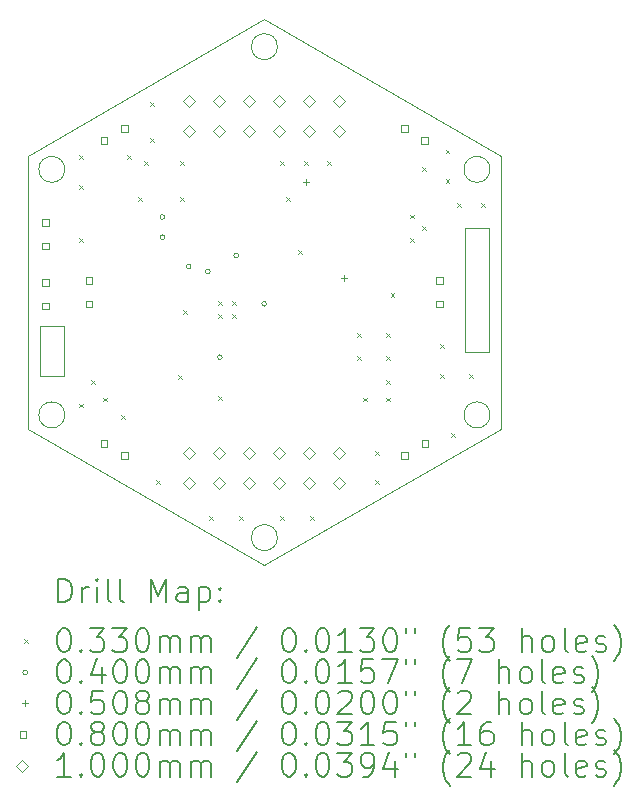
<source format=gbr>
%TF.GenerationSoftware,KiCad,Pcbnew,7.0.5*%
%TF.CreationDate,2024-01-17T11:16:37-05:00*%
%TF.ProjectId,PWR,5057522e-6b69-4636-9164-5f7063625858,rev?*%
%TF.SameCoordinates,Original*%
%TF.FileFunction,Drillmap*%
%TF.FilePolarity,Positive*%
%FSLAX45Y45*%
G04 Gerber Fmt 4.5, Leading zero omitted, Abs format (unit mm)*
G04 Created by KiCad (PCBNEW 7.0.5) date 2024-01-17 11:16:37*
%MOMM*%
%LPD*%
G01*
G04 APERTURE LIST*
%ADD10C,0.100000*%
%ADD11C,0.200000*%
%ADD12C,0.033020*%
%ADD13C,0.040000*%
%ADD14C,0.050800*%
%ADD15C,0.080000*%
G04 APERTURE END LIST*
D10*
X13010000Y-8501368D02*
G75*
G03*
X13010000Y-8501368I-110000J0D01*
G01*
X16610000Y-8501368D02*
G75*
G03*
X16610000Y-8501368I-110000J0D01*
G01*
X12700000Y-10695299D02*
X14700000Y-11850000D01*
X13010000Y-10579829D02*
G75*
G03*
X13010000Y-10579829I-110000J0D01*
G01*
X14810000Y-11619060D02*
G75*
G03*
X14810000Y-11619060I-110000J0D01*
G01*
X14700000Y-11850000D02*
X16700000Y-10695299D01*
X16400000Y-9000000D02*
X16600000Y-9000000D01*
X16600000Y-10050000D01*
X16400000Y-10050000D01*
X16400000Y-9000000D01*
X16610000Y-10579829D02*
G75*
G03*
X16610000Y-10579829I-110000J0D01*
G01*
X16700000Y-10695299D02*
X16700000Y-8385898D01*
X16700000Y-8385898D02*
X14700000Y-7231198D01*
X12700000Y-8385898D02*
X12700000Y-10695299D01*
X14700000Y-7231198D02*
X12700000Y-8385898D01*
X12800000Y-9830000D02*
X13000000Y-9830000D01*
X13000000Y-10250000D01*
X12800000Y-10250000D01*
X12800000Y-9830000D01*
X14810000Y-7462138D02*
G75*
G03*
X14810000Y-7462138I-110000J0D01*
G01*
D11*
D12*
X13133490Y-8383490D02*
X13166510Y-8416510D01*
X13166510Y-8383490D02*
X13133490Y-8416510D01*
X13133490Y-8633490D02*
X13166510Y-8666510D01*
X13166510Y-8633490D02*
X13133490Y-8666510D01*
X13133490Y-9083490D02*
X13166510Y-9116510D01*
X13166510Y-9083490D02*
X13133490Y-9116510D01*
X13133490Y-10483490D02*
X13166510Y-10516510D01*
X13166510Y-10483490D02*
X13133490Y-10516510D01*
X13233490Y-10283490D02*
X13266510Y-10316510D01*
X13266510Y-10283490D02*
X13233490Y-10316510D01*
X13333490Y-10433490D02*
X13366510Y-10466510D01*
X13366510Y-10433490D02*
X13333490Y-10466510D01*
X13483490Y-10583490D02*
X13516510Y-10616510D01*
X13516510Y-10583490D02*
X13483490Y-10616510D01*
X13533490Y-8383490D02*
X13566510Y-8416510D01*
X13566510Y-8383490D02*
X13533490Y-8416510D01*
X13633490Y-8733490D02*
X13666510Y-8766510D01*
X13666510Y-8733490D02*
X13633490Y-8766510D01*
X13683490Y-8433490D02*
X13716510Y-8466510D01*
X13716510Y-8433490D02*
X13683490Y-8466510D01*
X13733490Y-7933490D02*
X13766510Y-7966510D01*
X13766510Y-7933490D02*
X13733490Y-7966510D01*
X13733490Y-8233490D02*
X13766510Y-8266510D01*
X13766510Y-8233490D02*
X13733490Y-8266510D01*
X13783490Y-11133490D02*
X13816510Y-11166510D01*
X13816510Y-11133490D02*
X13783490Y-11166510D01*
X13971668Y-10239312D02*
X14004688Y-10272332D01*
X14004688Y-10239312D02*
X13971668Y-10272332D01*
X13983490Y-8433490D02*
X14016510Y-8466510D01*
X14016510Y-8433490D02*
X13983490Y-8466510D01*
X13983490Y-8733490D02*
X14016510Y-8766510D01*
X14016510Y-8733490D02*
X13983490Y-8766510D01*
X14013918Y-9693312D02*
X14046938Y-9726332D01*
X14046938Y-9693312D02*
X14013918Y-9726332D01*
X14233490Y-11433490D02*
X14266510Y-11466510D01*
X14266510Y-11433490D02*
X14233490Y-11466510D01*
X14309918Y-9615312D02*
X14342938Y-9648332D01*
X14342938Y-9615312D02*
X14309918Y-9648332D01*
X14309918Y-9722740D02*
X14342938Y-9755760D01*
X14342938Y-9722740D02*
X14309918Y-9755760D01*
X14309918Y-10423312D02*
X14342938Y-10456332D01*
X14342938Y-10423312D02*
X14309918Y-10456332D01*
X14424418Y-9616812D02*
X14457438Y-9649832D01*
X14457438Y-9616812D02*
X14424418Y-9649832D01*
X14425490Y-9722740D02*
X14458510Y-9755760D01*
X14458510Y-9722740D02*
X14425490Y-9755760D01*
X14483490Y-11433490D02*
X14516510Y-11466510D01*
X14516510Y-11433490D02*
X14483490Y-11466510D01*
X14833490Y-8433490D02*
X14866510Y-8466510D01*
X14866510Y-8433490D02*
X14833490Y-8466510D01*
X14833490Y-11433490D02*
X14866510Y-11466510D01*
X14866510Y-11433490D02*
X14833490Y-11466510D01*
X14883490Y-8733490D02*
X14916510Y-8766510D01*
X14916510Y-8733490D02*
X14883490Y-8766510D01*
X14983490Y-9183490D02*
X15016510Y-9216510D01*
X15016510Y-9183490D02*
X14983490Y-9216510D01*
X15033490Y-8433490D02*
X15066510Y-8466510D01*
X15066510Y-8433490D02*
X15033490Y-8466510D01*
X15083490Y-11433490D02*
X15116510Y-11466510D01*
X15116510Y-11433490D02*
X15083490Y-11466510D01*
X15233490Y-8433490D02*
X15266510Y-8466510D01*
X15266510Y-8433490D02*
X15233490Y-8466510D01*
X15483490Y-9883490D02*
X15516510Y-9916510D01*
X15516510Y-9883490D02*
X15483490Y-9916510D01*
X15483490Y-10083490D02*
X15516510Y-10116510D01*
X15516510Y-10083490D02*
X15483490Y-10116510D01*
X15533490Y-10433490D02*
X15566510Y-10466510D01*
X15566510Y-10433490D02*
X15533490Y-10466510D01*
X15633490Y-10883490D02*
X15666510Y-10916510D01*
X15666510Y-10883490D02*
X15633490Y-10916510D01*
X15633490Y-11133490D02*
X15666510Y-11166510D01*
X15666510Y-11133490D02*
X15633490Y-11166510D01*
X15733490Y-9883490D02*
X15766510Y-9916510D01*
X15766510Y-9883490D02*
X15733490Y-9916510D01*
X15733490Y-10083490D02*
X15766510Y-10116510D01*
X15766510Y-10083490D02*
X15733490Y-10116510D01*
X15733490Y-10283490D02*
X15766510Y-10316510D01*
X15766510Y-10283490D02*
X15733490Y-10316510D01*
X15733490Y-10433490D02*
X15766510Y-10466510D01*
X15766510Y-10433490D02*
X15733490Y-10466510D01*
X15768490Y-9545490D02*
X15801510Y-9578510D01*
X15801510Y-9545490D02*
X15768490Y-9578510D01*
X15933490Y-8883490D02*
X15966510Y-8916510D01*
X15966510Y-8883490D02*
X15933490Y-8916510D01*
X15933490Y-9083490D02*
X15966510Y-9116510D01*
X15966510Y-9083490D02*
X15933490Y-9116510D01*
X16033490Y-8483490D02*
X16066510Y-8516510D01*
X16066510Y-8483490D02*
X16033490Y-8516510D01*
X16033490Y-8983490D02*
X16066510Y-9016510D01*
X16066510Y-8983490D02*
X16033490Y-9016510D01*
X16183490Y-9983490D02*
X16216510Y-10016510D01*
X16216510Y-9983490D02*
X16183490Y-10016510D01*
X16183490Y-10233490D02*
X16216510Y-10266510D01*
X16216510Y-10233490D02*
X16183490Y-10266510D01*
X16233490Y-8333490D02*
X16266510Y-8366510D01*
X16266510Y-8333490D02*
X16233490Y-8366510D01*
X16233490Y-8583490D02*
X16266510Y-8616510D01*
X16266510Y-8583490D02*
X16233490Y-8616510D01*
X16283490Y-10733490D02*
X16316510Y-10766510D01*
X16316510Y-10733490D02*
X16283490Y-10766510D01*
X16333490Y-8783490D02*
X16366510Y-8816510D01*
X16366510Y-8783490D02*
X16333490Y-8816510D01*
X16433490Y-10233490D02*
X16466510Y-10266510D01*
X16466510Y-10233490D02*
X16433490Y-10266510D01*
X16533490Y-8783490D02*
X16566510Y-8816510D01*
X16566510Y-8783490D02*
X16533490Y-8816510D01*
D13*
X13856250Y-8904250D02*
G75*
G03*
X13856250Y-8904250I-20000J0D01*
G01*
X13856250Y-9074250D02*
G75*
G03*
X13856250Y-9074250I-20000J0D01*
G01*
X14078000Y-9323250D02*
G75*
G03*
X14078000Y-9323250I-20000J0D01*
G01*
X14240000Y-9365250D02*
G75*
G03*
X14240000Y-9365250I-20000J0D01*
G01*
X14343000Y-10091250D02*
G75*
G03*
X14343000Y-10091250I-20000J0D01*
G01*
X14481428Y-9229822D02*
G75*
G03*
X14481428Y-9229822I-20000J0D01*
G01*
X14718000Y-9639250D02*
G75*
G03*
X14718000Y-9639250I-20000J0D01*
G01*
D14*
X15052000Y-8584600D02*
X15052000Y-8635400D01*
X15026600Y-8610000D02*
X15077400Y-8610000D01*
X15372500Y-9398600D02*
X15372500Y-9449400D01*
X15347100Y-9424000D02*
X15397900Y-9424000D01*
D15*
X12876284Y-9487285D02*
X12876284Y-9430716D01*
X12819715Y-9430716D01*
X12819715Y-9487285D01*
X12876284Y-9487285D01*
X12876284Y-9687285D02*
X12876284Y-9630716D01*
X12819715Y-9630716D01*
X12819715Y-9687285D01*
X12876284Y-9687285D01*
X12877284Y-8978285D02*
X12877284Y-8921716D01*
X12820715Y-8921716D01*
X12820715Y-8978285D01*
X12877284Y-8978285D01*
X12877284Y-9178285D02*
X12877284Y-9121716D01*
X12820715Y-9121716D01*
X12820715Y-9178285D01*
X12877284Y-9178285D01*
X13243284Y-9468285D02*
X13243284Y-9411716D01*
X13186715Y-9411716D01*
X13186715Y-9468285D01*
X13243284Y-9468285D01*
X13243284Y-9668285D02*
X13243284Y-9611716D01*
X13186715Y-9611716D01*
X13186715Y-9668285D01*
X13243284Y-9668285D01*
X13370432Y-10851430D02*
X13370432Y-10794861D01*
X13313863Y-10794861D01*
X13313863Y-10851430D01*
X13370432Y-10851430D01*
X13370432Y-8285139D02*
X13370432Y-8228570D01*
X13313863Y-8228570D01*
X13313863Y-8285139D01*
X13370432Y-8285139D01*
X13543637Y-10951430D02*
X13543637Y-10894861D01*
X13487068Y-10894861D01*
X13487068Y-10951430D01*
X13543637Y-10951430D01*
X13543637Y-8185139D02*
X13543637Y-8128570D01*
X13487068Y-8128570D01*
X13487068Y-8185139D01*
X13543637Y-8185139D01*
X15912932Y-8185139D02*
X15912932Y-8128570D01*
X15856363Y-8128570D01*
X15856363Y-8185139D01*
X15912932Y-8185139D01*
X15915784Y-10949576D02*
X15915784Y-10893007D01*
X15859215Y-10893007D01*
X15859215Y-10949576D01*
X15915784Y-10949576D01*
X16086137Y-8285139D02*
X16086137Y-8228570D01*
X16029568Y-8228570D01*
X16029568Y-8285139D01*
X16086137Y-8285139D01*
X16088989Y-10849576D02*
X16088989Y-10793007D01*
X16032420Y-10793007D01*
X16032420Y-10849576D01*
X16088989Y-10849576D01*
X16213284Y-9468285D02*
X16213284Y-9411716D01*
X16156715Y-9411716D01*
X16156715Y-9468285D01*
X16213284Y-9468285D01*
X16213284Y-9668285D02*
X16213284Y-9611716D01*
X16156715Y-9611716D01*
X16156715Y-9668285D01*
X16213284Y-9668285D01*
D10*
X14065000Y-7972698D02*
X14115000Y-7922698D01*
X14065000Y-7872698D01*
X14015000Y-7922698D01*
X14065000Y-7972698D01*
X14065000Y-8226698D02*
X14115000Y-8176698D01*
X14065000Y-8126698D01*
X14015000Y-8176698D01*
X14065000Y-8226698D01*
X14065000Y-10954500D02*
X14115000Y-10904500D01*
X14065000Y-10854500D01*
X14015000Y-10904500D01*
X14065000Y-10954500D01*
X14065000Y-11208500D02*
X14115000Y-11158500D01*
X14065000Y-11108500D01*
X14015000Y-11158500D01*
X14065000Y-11208500D01*
X14319000Y-7972698D02*
X14369000Y-7922698D01*
X14319000Y-7872698D01*
X14269000Y-7922698D01*
X14319000Y-7972698D01*
X14319000Y-8226698D02*
X14369000Y-8176698D01*
X14319000Y-8126698D01*
X14269000Y-8176698D01*
X14319000Y-8226698D01*
X14319000Y-10954500D02*
X14369000Y-10904500D01*
X14319000Y-10854500D01*
X14269000Y-10904500D01*
X14319000Y-10954500D01*
X14319000Y-11208500D02*
X14369000Y-11158500D01*
X14319000Y-11108500D01*
X14269000Y-11158500D01*
X14319000Y-11208500D01*
X14573000Y-7972698D02*
X14623000Y-7922698D01*
X14573000Y-7872698D01*
X14523000Y-7922698D01*
X14573000Y-7972698D01*
X14573000Y-8226698D02*
X14623000Y-8176698D01*
X14573000Y-8126698D01*
X14523000Y-8176698D01*
X14573000Y-8226698D01*
X14573000Y-10954500D02*
X14623000Y-10904500D01*
X14573000Y-10854500D01*
X14523000Y-10904500D01*
X14573000Y-10954500D01*
X14573000Y-11208500D02*
X14623000Y-11158500D01*
X14573000Y-11108500D01*
X14523000Y-11158500D01*
X14573000Y-11208500D01*
X14827000Y-7972698D02*
X14877000Y-7922698D01*
X14827000Y-7872698D01*
X14777000Y-7922698D01*
X14827000Y-7972698D01*
X14827000Y-8226698D02*
X14877000Y-8176698D01*
X14827000Y-8126698D01*
X14777000Y-8176698D01*
X14827000Y-8226698D01*
X14827000Y-10954500D02*
X14877000Y-10904500D01*
X14827000Y-10854500D01*
X14777000Y-10904500D01*
X14827000Y-10954500D01*
X14827000Y-11208500D02*
X14877000Y-11158500D01*
X14827000Y-11108500D01*
X14777000Y-11158500D01*
X14827000Y-11208500D01*
X15081000Y-7972698D02*
X15131000Y-7922698D01*
X15081000Y-7872698D01*
X15031000Y-7922698D01*
X15081000Y-7972698D01*
X15081000Y-8226698D02*
X15131000Y-8176698D01*
X15081000Y-8126698D01*
X15031000Y-8176698D01*
X15081000Y-8226698D01*
X15081000Y-10954500D02*
X15131000Y-10904500D01*
X15081000Y-10854500D01*
X15031000Y-10904500D01*
X15081000Y-10954500D01*
X15081000Y-11208500D02*
X15131000Y-11158500D01*
X15081000Y-11108500D01*
X15031000Y-11158500D01*
X15081000Y-11208500D01*
X15335000Y-7972698D02*
X15385000Y-7922698D01*
X15335000Y-7872698D01*
X15285000Y-7922698D01*
X15335000Y-7972698D01*
X15335000Y-8226698D02*
X15385000Y-8176698D01*
X15335000Y-8126698D01*
X15285000Y-8176698D01*
X15335000Y-8226698D01*
X15335000Y-10954500D02*
X15385000Y-10904500D01*
X15335000Y-10854500D01*
X15285000Y-10904500D01*
X15335000Y-10954500D01*
X15335000Y-11208500D02*
X15385000Y-11158500D01*
X15335000Y-11108500D01*
X15285000Y-11158500D01*
X15335000Y-11208500D01*
D11*
X12955777Y-12166484D02*
X12955777Y-11966484D01*
X12955777Y-11966484D02*
X13003396Y-11966484D01*
X13003396Y-11966484D02*
X13031967Y-11976008D01*
X13031967Y-11976008D02*
X13051015Y-11995055D01*
X13051015Y-11995055D02*
X13060539Y-12014103D01*
X13060539Y-12014103D02*
X13070062Y-12052198D01*
X13070062Y-12052198D02*
X13070062Y-12080769D01*
X13070062Y-12080769D02*
X13060539Y-12118865D01*
X13060539Y-12118865D02*
X13051015Y-12137912D01*
X13051015Y-12137912D02*
X13031967Y-12156960D01*
X13031967Y-12156960D02*
X13003396Y-12166484D01*
X13003396Y-12166484D02*
X12955777Y-12166484D01*
X13155777Y-12166484D02*
X13155777Y-12033150D01*
X13155777Y-12071246D02*
X13165301Y-12052198D01*
X13165301Y-12052198D02*
X13174824Y-12042674D01*
X13174824Y-12042674D02*
X13193872Y-12033150D01*
X13193872Y-12033150D02*
X13212920Y-12033150D01*
X13279586Y-12166484D02*
X13279586Y-12033150D01*
X13279586Y-11966484D02*
X13270062Y-11976008D01*
X13270062Y-11976008D02*
X13279586Y-11985531D01*
X13279586Y-11985531D02*
X13289110Y-11976008D01*
X13289110Y-11976008D02*
X13279586Y-11966484D01*
X13279586Y-11966484D02*
X13279586Y-11985531D01*
X13403396Y-12166484D02*
X13384348Y-12156960D01*
X13384348Y-12156960D02*
X13374824Y-12137912D01*
X13374824Y-12137912D02*
X13374824Y-11966484D01*
X13508158Y-12166484D02*
X13489110Y-12156960D01*
X13489110Y-12156960D02*
X13479586Y-12137912D01*
X13479586Y-12137912D02*
X13479586Y-11966484D01*
X13736729Y-12166484D02*
X13736729Y-11966484D01*
X13736729Y-11966484D02*
X13803396Y-12109341D01*
X13803396Y-12109341D02*
X13870062Y-11966484D01*
X13870062Y-11966484D02*
X13870062Y-12166484D01*
X14051015Y-12166484D02*
X14051015Y-12061722D01*
X14051015Y-12061722D02*
X14041491Y-12042674D01*
X14041491Y-12042674D02*
X14022443Y-12033150D01*
X14022443Y-12033150D02*
X13984348Y-12033150D01*
X13984348Y-12033150D02*
X13965301Y-12042674D01*
X14051015Y-12156960D02*
X14031967Y-12166484D01*
X14031967Y-12166484D02*
X13984348Y-12166484D01*
X13984348Y-12166484D02*
X13965301Y-12156960D01*
X13965301Y-12156960D02*
X13955777Y-12137912D01*
X13955777Y-12137912D02*
X13955777Y-12118865D01*
X13955777Y-12118865D02*
X13965301Y-12099817D01*
X13965301Y-12099817D02*
X13984348Y-12090293D01*
X13984348Y-12090293D02*
X14031967Y-12090293D01*
X14031967Y-12090293D02*
X14051015Y-12080769D01*
X14146253Y-12033150D02*
X14146253Y-12233150D01*
X14146253Y-12042674D02*
X14165301Y-12033150D01*
X14165301Y-12033150D02*
X14203396Y-12033150D01*
X14203396Y-12033150D02*
X14222443Y-12042674D01*
X14222443Y-12042674D02*
X14231967Y-12052198D01*
X14231967Y-12052198D02*
X14241491Y-12071246D01*
X14241491Y-12071246D02*
X14241491Y-12128388D01*
X14241491Y-12128388D02*
X14231967Y-12147436D01*
X14231967Y-12147436D02*
X14222443Y-12156960D01*
X14222443Y-12156960D02*
X14203396Y-12166484D01*
X14203396Y-12166484D02*
X14165301Y-12166484D01*
X14165301Y-12166484D02*
X14146253Y-12156960D01*
X14327205Y-12147436D02*
X14336729Y-12156960D01*
X14336729Y-12156960D02*
X14327205Y-12166484D01*
X14327205Y-12166484D02*
X14317682Y-12156960D01*
X14317682Y-12156960D02*
X14327205Y-12147436D01*
X14327205Y-12147436D02*
X14327205Y-12166484D01*
X14327205Y-12042674D02*
X14336729Y-12052198D01*
X14336729Y-12052198D02*
X14327205Y-12061722D01*
X14327205Y-12061722D02*
X14317682Y-12052198D01*
X14317682Y-12052198D02*
X14327205Y-12042674D01*
X14327205Y-12042674D02*
X14327205Y-12061722D01*
D12*
X12661980Y-12478490D02*
X12695000Y-12511510D01*
X12695000Y-12478490D02*
X12661980Y-12511510D01*
D11*
X12993872Y-12386484D02*
X13012920Y-12386484D01*
X13012920Y-12386484D02*
X13031967Y-12396008D01*
X13031967Y-12396008D02*
X13041491Y-12405531D01*
X13041491Y-12405531D02*
X13051015Y-12424579D01*
X13051015Y-12424579D02*
X13060539Y-12462674D01*
X13060539Y-12462674D02*
X13060539Y-12510293D01*
X13060539Y-12510293D02*
X13051015Y-12548388D01*
X13051015Y-12548388D02*
X13041491Y-12567436D01*
X13041491Y-12567436D02*
X13031967Y-12576960D01*
X13031967Y-12576960D02*
X13012920Y-12586484D01*
X13012920Y-12586484D02*
X12993872Y-12586484D01*
X12993872Y-12586484D02*
X12974824Y-12576960D01*
X12974824Y-12576960D02*
X12965301Y-12567436D01*
X12965301Y-12567436D02*
X12955777Y-12548388D01*
X12955777Y-12548388D02*
X12946253Y-12510293D01*
X12946253Y-12510293D02*
X12946253Y-12462674D01*
X12946253Y-12462674D02*
X12955777Y-12424579D01*
X12955777Y-12424579D02*
X12965301Y-12405531D01*
X12965301Y-12405531D02*
X12974824Y-12396008D01*
X12974824Y-12396008D02*
X12993872Y-12386484D01*
X13146253Y-12567436D02*
X13155777Y-12576960D01*
X13155777Y-12576960D02*
X13146253Y-12586484D01*
X13146253Y-12586484D02*
X13136729Y-12576960D01*
X13136729Y-12576960D02*
X13146253Y-12567436D01*
X13146253Y-12567436D02*
X13146253Y-12586484D01*
X13222443Y-12386484D02*
X13346253Y-12386484D01*
X13346253Y-12386484D02*
X13279586Y-12462674D01*
X13279586Y-12462674D02*
X13308158Y-12462674D01*
X13308158Y-12462674D02*
X13327205Y-12472198D01*
X13327205Y-12472198D02*
X13336729Y-12481722D01*
X13336729Y-12481722D02*
X13346253Y-12500769D01*
X13346253Y-12500769D02*
X13346253Y-12548388D01*
X13346253Y-12548388D02*
X13336729Y-12567436D01*
X13336729Y-12567436D02*
X13327205Y-12576960D01*
X13327205Y-12576960D02*
X13308158Y-12586484D01*
X13308158Y-12586484D02*
X13251015Y-12586484D01*
X13251015Y-12586484D02*
X13231967Y-12576960D01*
X13231967Y-12576960D02*
X13222443Y-12567436D01*
X13412920Y-12386484D02*
X13536729Y-12386484D01*
X13536729Y-12386484D02*
X13470062Y-12462674D01*
X13470062Y-12462674D02*
X13498634Y-12462674D01*
X13498634Y-12462674D02*
X13517682Y-12472198D01*
X13517682Y-12472198D02*
X13527205Y-12481722D01*
X13527205Y-12481722D02*
X13536729Y-12500769D01*
X13536729Y-12500769D02*
X13536729Y-12548388D01*
X13536729Y-12548388D02*
X13527205Y-12567436D01*
X13527205Y-12567436D02*
X13517682Y-12576960D01*
X13517682Y-12576960D02*
X13498634Y-12586484D01*
X13498634Y-12586484D02*
X13441491Y-12586484D01*
X13441491Y-12586484D02*
X13422443Y-12576960D01*
X13422443Y-12576960D02*
X13412920Y-12567436D01*
X13660539Y-12386484D02*
X13679586Y-12386484D01*
X13679586Y-12386484D02*
X13698634Y-12396008D01*
X13698634Y-12396008D02*
X13708158Y-12405531D01*
X13708158Y-12405531D02*
X13717682Y-12424579D01*
X13717682Y-12424579D02*
X13727205Y-12462674D01*
X13727205Y-12462674D02*
X13727205Y-12510293D01*
X13727205Y-12510293D02*
X13717682Y-12548388D01*
X13717682Y-12548388D02*
X13708158Y-12567436D01*
X13708158Y-12567436D02*
X13698634Y-12576960D01*
X13698634Y-12576960D02*
X13679586Y-12586484D01*
X13679586Y-12586484D02*
X13660539Y-12586484D01*
X13660539Y-12586484D02*
X13641491Y-12576960D01*
X13641491Y-12576960D02*
X13631967Y-12567436D01*
X13631967Y-12567436D02*
X13622443Y-12548388D01*
X13622443Y-12548388D02*
X13612920Y-12510293D01*
X13612920Y-12510293D02*
X13612920Y-12462674D01*
X13612920Y-12462674D02*
X13622443Y-12424579D01*
X13622443Y-12424579D02*
X13631967Y-12405531D01*
X13631967Y-12405531D02*
X13641491Y-12396008D01*
X13641491Y-12396008D02*
X13660539Y-12386484D01*
X13812920Y-12586484D02*
X13812920Y-12453150D01*
X13812920Y-12472198D02*
X13822443Y-12462674D01*
X13822443Y-12462674D02*
X13841491Y-12453150D01*
X13841491Y-12453150D02*
X13870063Y-12453150D01*
X13870063Y-12453150D02*
X13889110Y-12462674D01*
X13889110Y-12462674D02*
X13898634Y-12481722D01*
X13898634Y-12481722D02*
X13898634Y-12586484D01*
X13898634Y-12481722D02*
X13908158Y-12462674D01*
X13908158Y-12462674D02*
X13927205Y-12453150D01*
X13927205Y-12453150D02*
X13955777Y-12453150D01*
X13955777Y-12453150D02*
X13974824Y-12462674D01*
X13974824Y-12462674D02*
X13984348Y-12481722D01*
X13984348Y-12481722D02*
X13984348Y-12586484D01*
X14079586Y-12586484D02*
X14079586Y-12453150D01*
X14079586Y-12472198D02*
X14089110Y-12462674D01*
X14089110Y-12462674D02*
X14108158Y-12453150D01*
X14108158Y-12453150D02*
X14136729Y-12453150D01*
X14136729Y-12453150D02*
X14155777Y-12462674D01*
X14155777Y-12462674D02*
X14165301Y-12481722D01*
X14165301Y-12481722D02*
X14165301Y-12586484D01*
X14165301Y-12481722D02*
X14174824Y-12462674D01*
X14174824Y-12462674D02*
X14193872Y-12453150D01*
X14193872Y-12453150D02*
X14222443Y-12453150D01*
X14222443Y-12453150D02*
X14241491Y-12462674D01*
X14241491Y-12462674D02*
X14251015Y-12481722D01*
X14251015Y-12481722D02*
X14251015Y-12586484D01*
X14641491Y-12376960D02*
X14470063Y-12634103D01*
X14898634Y-12386484D02*
X14917682Y-12386484D01*
X14917682Y-12386484D02*
X14936729Y-12396008D01*
X14936729Y-12396008D02*
X14946253Y-12405531D01*
X14946253Y-12405531D02*
X14955777Y-12424579D01*
X14955777Y-12424579D02*
X14965301Y-12462674D01*
X14965301Y-12462674D02*
X14965301Y-12510293D01*
X14965301Y-12510293D02*
X14955777Y-12548388D01*
X14955777Y-12548388D02*
X14946253Y-12567436D01*
X14946253Y-12567436D02*
X14936729Y-12576960D01*
X14936729Y-12576960D02*
X14917682Y-12586484D01*
X14917682Y-12586484D02*
X14898634Y-12586484D01*
X14898634Y-12586484D02*
X14879586Y-12576960D01*
X14879586Y-12576960D02*
X14870063Y-12567436D01*
X14870063Y-12567436D02*
X14860539Y-12548388D01*
X14860539Y-12548388D02*
X14851015Y-12510293D01*
X14851015Y-12510293D02*
X14851015Y-12462674D01*
X14851015Y-12462674D02*
X14860539Y-12424579D01*
X14860539Y-12424579D02*
X14870063Y-12405531D01*
X14870063Y-12405531D02*
X14879586Y-12396008D01*
X14879586Y-12396008D02*
X14898634Y-12386484D01*
X15051015Y-12567436D02*
X15060539Y-12576960D01*
X15060539Y-12576960D02*
X15051015Y-12586484D01*
X15051015Y-12586484D02*
X15041491Y-12576960D01*
X15041491Y-12576960D02*
X15051015Y-12567436D01*
X15051015Y-12567436D02*
X15051015Y-12586484D01*
X15184348Y-12386484D02*
X15203396Y-12386484D01*
X15203396Y-12386484D02*
X15222444Y-12396008D01*
X15222444Y-12396008D02*
X15231967Y-12405531D01*
X15231967Y-12405531D02*
X15241491Y-12424579D01*
X15241491Y-12424579D02*
X15251015Y-12462674D01*
X15251015Y-12462674D02*
X15251015Y-12510293D01*
X15251015Y-12510293D02*
X15241491Y-12548388D01*
X15241491Y-12548388D02*
X15231967Y-12567436D01*
X15231967Y-12567436D02*
X15222444Y-12576960D01*
X15222444Y-12576960D02*
X15203396Y-12586484D01*
X15203396Y-12586484D02*
X15184348Y-12586484D01*
X15184348Y-12586484D02*
X15165301Y-12576960D01*
X15165301Y-12576960D02*
X15155777Y-12567436D01*
X15155777Y-12567436D02*
X15146253Y-12548388D01*
X15146253Y-12548388D02*
X15136729Y-12510293D01*
X15136729Y-12510293D02*
X15136729Y-12462674D01*
X15136729Y-12462674D02*
X15146253Y-12424579D01*
X15146253Y-12424579D02*
X15155777Y-12405531D01*
X15155777Y-12405531D02*
X15165301Y-12396008D01*
X15165301Y-12396008D02*
X15184348Y-12386484D01*
X15441491Y-12586484D02*
X15327206Y-12586484D01*
X15384348Y-12586484D02*
X15384348Y-12386484D01*
X15384348Y-12386484D02*
X15365301Y-12415055D01*
X15365301Y-12415055D02*
X15346253Y-12434103D01*
X15346253Y-12434103D02*
X15327206Y-12443627D01*
X15508158Y-12386484D02*
X15631967Y-12386484D01*
X15631967Y-12386484D02*
X15565301Y-12462674D01*
X15565301Y-12462674D02*
X15593872Y-12462674D01*
X15593872Y-12462674D02*
X15612920Y-12472198D01*
X15612920Y-12472198D02*
X15622444Y-12481722D01*
X15622444Y-12481722D02*
X15631967Y-12500769D01*
X15631967Y-12500769D02*
X15631967Y-12548388D01*
X15631967Y-12548388D02*
X15622444Y-12567436D01*
X15622444Y-12567436D02*
X15612920Y-12576960D01*
X15612920Y-12576960D02*
X15593872Y-12586484D01*
X15593872Y-12586484D02*
X15536729Y-12586484D01*
X15536729Y-12586484D02*
X15517682Y-12576960D01*
X15517682Y-12576960D02*
X15508158Y-12567436D01*
X15755777Y-12386484D02*
X15774825Y-12386484D01*
X15774825Y-12386484D02*
X15793872Y-12396008D01*
X15793872Y-12396008D02*
X15803396Y-12405531D01*
X15803396Y-12405531D02*
X15812920Y-12424579D01*
X15812920Y-12424579D02*
X15822444Y-12462674D01*
X15822444Y-12462674D02*
X15822444Y-12510293D01*
X15822444Y-12510293D02*
X15812920Y-12548388D01*
X15812920Y-12548388D02*
X15803396Y-12567436D01*
X15803396Y-12567436D02*
X15793872Y-12576960D01*
X15793872Y-12576960D02*
X15774825Y-12586484D01*
X15774825Y-12586484D02*
X15755777Y-12586484D01*
X15755777Y-12586484D02*
X15736729Y-12576960D01*
X15736729Y-12576960D02*
X15727206Y-12567436D01*
X15727206Y-12567436D02*
X15717682Y-12548388D01*
X15717682Y-12548388D02*
X15708158Y-12510293D01*
X15708158Y-12510293D02*
X15708158Y-12462674D01*
X15708158Y-12462674D02*
X15717682Y-12424579D01*
X15717682Y-12424579D02*
X15727206Y-12405531D01*
X15727206Y-12405531D02*
X15736729Y-12396008D01*
X15736729Y-12396008D02*
X15755777Y-12386484D01*
X15898634Y-12386484D02*
X15898634Y-12424579D01*
X15974825Y-12386484D02*
X15974825Y-12424579D01*
X16270063Y-12662674D02*
X16260539Y-12653150D01*
X16260539Y-12653150D02*
X16241491Y-12624579D01*
X16241491Y-12624579D02*
X16231968Y-12605531D01*
X16231968Y-12605531D02*
X16222444Y-12576960D01*
X16222444Y-12576960D02*
X16212920Y-12529341D01*
X16212920Y-12529341D02*
X16212920Y-12491246D01*
X16212920Y-12491246D02*
X16222444Y-12443627D01*
X16222444Y-12443627D02*
X16231968Y-12415055D01*
X16231968Y-12415055D02*
X16241491Y-12396008D01*
X16241491Y-12396008D02*
X16260539Y-12367436D01*
X16260539Y-12367436D02*
X16270063Y-12357912D01*
X16441491Y-12386484D02*
X16346253Y-12386484D01*
X16346253Y-12386484D02*
X16336729Y-12481722D01*
X16336729Y-12481722D02*
X16346253Y-12472198D01*
X16346253Y-12472198D02*
X16365301Y-12462674D01*
X16365301Y-12462674D02*
X16412920Y-12462674D01*
X16412920Y-12462674D02*
X16431968Y-12472198D01*
X16431968Y-12472198D02*
X16441491Y-12481722D01*
X16441491Y-12481722D02*
X16451015Y-12500769D01*
X16451015Y-12500769D02*
X16451015Y-12548388D01*
X16451015Y-12548388D02*
X16441491Y-12567436D01*
X16441491Y-12567436D02*
X16431968Y-12576960D01*
X16431968Y-12576960D02*
X16412920Y-12586484D01*
X16412920Y-12586484D02*
X16365301Y-12586484D01*
X16365301Y-12586484D02*
X16346253Y-12576960D01*
X16346253Y-12576960D02*
X16336729Y-12567436D01*
X16517682Y-12386484D02*
X16641491Y-12386484D01*
X16641491Y-12386484D02*
X16574825Y-12462674D01*
X16574825Y-12462674D02*
X16603396Y-12462674D01*
X16603396Y-12462674D02*
X16622444Y-12472198D01*
X16622444Y-12472198D02*
X16631968Y-12481722D01*
X16631968Y-12481722D02*
X16641491Y-12500769D01*
X16641491Y-12500769D02*
X16641491Y-12548388D01*
X16641491Y-12548388D02*
X16631968Y-12567436D01*
X16631968Y-12567436D02*
X16622444Y-12576960D01*
X16622444Y-12576960D02*
X16603396Y-12586484D01*
X16603396Y-12586484D02*
X16546253Y-12586484D01*
X16546253Y-12586484D02*
X16527206Y-12576960D01*
X16527206Y-12576960D02*
X16517682Y-12567436D01*
X16879587Y-12586484D02*
X16879587Y-12386484D01*
X16965301Y-12586484D02*
X16965301Y-12481722D01*
X16965301Y-12481722D02*
X16955777Y-12462674D01*
X16955777Y-12462674D02*
X16936730Y-12453150D01*
X16936730Y-12453150D02*
X16908158Y-12453150D01*
X16908158Y-12453150D02*
X16889111Y-12462674D01*
X16889111Y-12462674D02*
X16879587Y-12472198D01*
X17089111Y-12586484D02*
X17070063Y-12576960D01*
X17070063Y-12576960D02*
X17060539Y-12567436D01*
X17060539Y-12567436D02*
X17051015Y-12548388D01*
X17051015Y-12548388D02*
X17051015Y-12491246D01*
X17051015Y-12491246D02*
X17060539Y-12472198D01*
X17060539Y-12472198D02*
X17070063Y-12462674D01*
X17070063Y-12462674D02*
X17089111Y-12453150D01*
X17089111Y-12453150D02*
X17117682Y-12453150D01*
X17117682Y-12453150D02*
X17136730Y-12462674D01*
X17136730Y-12462674D02*
X17146253Y-12472198D01*
X17146253Y-12472198D02*
X17155777Y-12491246D01*
X17155777Y-12491246D02*
X17155777Y-12548388D01*
X17155777Y-12548388D02*
X17146253Y-12567436D01*
X17146253Y-12567436D02*
X17136730Y-12576960D01*
X17136730Y-12576960D02*
X17117682Y-12586484D01*
X17117682Y-12586484D02*
X17089111Y-12586484D01*
X17270063Y-12586484D02*
X17251015Y-12576960D01*
X17251015Y-12576960D02*
X17241492Y-12557912D01*
X17241492Y-12557912D02*
X17241492Y-12386484D01*
X17422444Y-12576960D02*
X17403396Y-12586484D01*
X17403396Y-12586484D02*
X17365301Y-12586484D01*
X17365301Y-12586484D02*
X17346253Y-12576960D01*
X17346253Y-12576960D02*
X17336730Y-12557912D01*
X17336730Y-12557912D02*
X17336730Y-12481722D01*
X17336730Y-12481722D02*
X17346253Y-12462674D01*
X17346253Y-12462674D02*
X17365301Y-12453150D01*
X17365301Y-12453150D02*
X17403396Y-12453150D01*
X17403396Y-12453150D02*
X17422444Y-12462674D01*
X17422444Y-12462674D02*
X17431968Y-12481722D01*
X17431968Y-12481722D02*
X17431968Y-12500769D01*
X17431968Y-12500769D02*
X17336730Y-12519817D01*
X17508158Y-12576960D02*
X17527206Y-12586484D01*
X17527206Y-12586484D02*
X17565301Y-12586484D01*
X17565301Y-12586484D02*
X17584349Y-12576960D01*
X17584349Y-12576960D02*
X17593873Y-12557912D01*
X17593873Y-12557912D02*
X17593873Y-12548388D01*
X17593873Y-12548388D02*
X17584349Y-12529341D01*
X17584349Y-12529341D02*
X17565301Y-12519817D01*
X17565301Y-12519817D02*
X17536730Y-12519817D01*
X17536730Y-12519817D02*
X17517682Y-12510293D01*
X17517682Y-12510293D02*
X17508158Y-12491246D01*
X17508158Y-12491246D02*
X17508158Y-12481722D01*
X17508158Y-12481722D02*
X17517682Y-12462674D01*
X17517682Y-12462674D02*
X17536730Y-12453150D01*
X17536730Y-12453150D02*
X17565301Y-12453150D01*
X17565301Y-12453150D02*
X17584349Y-12462674D01*
X17660539Y-12662674D02*
X17670063Y-12653150D01*
X17670063Y-12653150D02*
X17689111Y-12624579D01*
X17689111Y-12624579D02*
X17698634Y-12605531D01*
X17698634Y-12605531D02*
X17708158Y-12576960D01*
X17708158Y-12576960D02*
X17717682Y-12529341D01*
X17717682Y-12529341D02*
X17717682Y-12491246D01*
X17717682Y-12491246D02*
X17708158Y-12443627D01*
X17708158Y-12443627D02*
X17698634Y-12415055D01*
X17698634Y-12415055D02*
X17689111Y-12396008D01*
X17689111Y-12396008D02*
X17670063Y-12367436D01*
X17670063Y-12367436D02*
X17660539Y-12357912D01*
D13*
X12695000Y-12759000D02*
G75*
G03*
X12695000Y-12759000I-20000J0D01*
G01*
D11*
X12993872Y-12650484D02*
X13012920Y-12650484D01*
X13012920Y-12650484D02*
X13031967Y-12660008D01*
X13031967Y-12660008D02*
X13041491Y-12669531D01*
X13041491Y-12669531D02*
X13051015Y-12688579D01*
X13051015Y-12688579D02*
X13060539Y-12726674D01*
X13060539Y-12726674D02*
X13060539Y-12774293D01*
X13060539Y-12774293D02*
X13051015Y-12812388D01*
X13051015Y-12812388D02*
X13041491Y-12831436D01*
X13041491Y-12831436D02*
X13031967Y-12840960D01*
X13031967Y-12840960D02*
X13012920Y-12850484D01*
X13012920Y-12850484D02*
X12993872Y-12850484D01*
X12993872Y-12850484D02*
X12974824Y-12840960D01*
X12974824Y-12840960D02*
X12965301Y-12831436D01*
X12965301Y-12831436D02*
X12955777Y-12812388D01*
X12955777Y-12812388D02*
X12946253Y-12774293D01*
X12946253Y-12774293D02*
X12946253Y-12726674D01*
X12946253Y-12726674D02*
X12955777Y-12688579D01*
X12955777Y-12688579D02*
X12965301Y-12669531D01*
X12965301Y-12669531D02*
X12974824Y-12660008D01*
X12974824Y-12660008D02*
X12993872Y-12650484D01*
X13146253Y-12831436D02*
X13155777Y-12840960D01*
X13155777Y-12840960D02*
X13146253Y-12850484D01*
X13146253Y-12850484D02*
X13136729Y-12840960D01*
X13136729Y-12840960D02*
X13146253Y-12831436D01*
X13146253Y-12831436D02*
X13146253Y-12850484D01*
X13327205Y-12717150D02*
X13327205Y-12850484D01*
X13279586Y-12640960D02*
X13231967Y-12783817D01*
X13231967Y-12783817D02*
X13355777Y-12783817D01*
X13470062Y-12650484D02*
X13489110Y-12650484D01*
X13489110Y-12650484D02*
X13508158Y-12660008D01*
X13508158Y-12660008D02*
X13517682Y-12669531D01*
X13517682Y-12669531D02*
X13527205Y-12688579D01*
X13527205Y-12688579D02*
X13536729Y-12726674D01*
X13536729Y-12726674D02*
X13536729Y-12774293D01*
X13536729Y-12774293D02*
X13527205Y-12812388D01*
X13527205Y-12812388D02*
X13517682Y-12831436D01*
X13517682Y-12831436D02*
X13508158Y-12840960D01*
X13508158Y-12840960D02*
X13489110Y-12850484D01*
X13489110Y-12850484D02*
X13470062Y-12850484D01*
X13470062Y-12850484D02*
X13451015Y-12840960D01*
X13451015Y-12840960D02*
X13441491Y-12831436D01*
X13441491Y-12831436D02*
X13431967Y-12812388D01*
X13431967Y-12812388D02*
X13422443Y-12774293D01*
X13422443Y-12774293D02*
X13422443Y-12726674D01*
X13422443Y-12726674D02*
X13431967Y-12688579D01*
X13431967Y-12688579D02*
X13441491Y-12669531D01*
X13441491Y-12669531D02*
X13451015Y-12660008D01*
X13451015Y-12660008D02*
X13470062Y-12650484D01*
X13660539Y-12650484D02*
X13679586Y-12650484D01*
X13679586Y-12650484D02*
X13698634Y-12660008D01*
X13698634Y-12660008D02*
X13708158Y-12669531D01*
X13708158Y-12669531D02*
X13717682Y-12688579D01*
X13717682Y-12688579D02*
X13727205Y-12726674D01*
X13727205Y-12726674D02*
X13727205Y-12774293D01*
X13727205Y-12774293D02*
X13717682Y-12812388D01*
X13717682Y-12812388D02*
X13708158Y-12831436D01*
X13708158Y-12831436D02*
X13698634Y-12840960D01*
X13698634Y-12840960D02*
X13679586Y-12850484D01*
X13679586Y-12850484D02*
X13660539Y-12850484D01*
X13660539Y-12850484D02*
X13641491Y-12840960D01*
X13641491Y-12840960D02*
X13631967Y-12831436D01*
X13631967Y-12831436D02*
X13622443Y-12812388D01*
X13622443Y-12812388D02*
X13612920Y-12774293D01*
X13612920Y-12774293D02*
X13612920Y-12726674D01*
X13612920Y-12726674D02*
X13622443Y-12688579D01*
X13622443Y-12688579D02*
X13631967Y-12669531D01*
X13631967Y-12669531D02*
X13641491Y-12660008D01*
X13641491Y-12660008D02*
X13660539Y-12650484D01*
X13812920Y-12850484D02*
X13812920Y-12717150D01*
X13812920Y-12736198D02*
X13822443Y-12726674D01*
X13822443Y-12726674D02*
X13841491Y-12717150D01*
X13841491Y-12717150D02*
X13870063Y-12717150D01*
X13870063Y-12717150D02*
X13889110Y-12726674D01*
X13889110Y-12726674D02*
X13898634Y-12745722D01*
X13898634Y-12745722D02*
X13898634Y-12850484D01*
X13898634Y-12745722D02*
X13908158Y-12726674D01*
X13908158Y-12726674D02*
X13927205Y-12717150D01*
X13927205Y-12717150D02*
X13955777Y-12717150D01*
X13955777Y-12717150D02*
X13974824Y-12726674D01*
X13974824Y-12726674D02*
X13984348Y-12745722D01*
X13984348Y-12745722D02*
X13984348Y-12850484D01*
X14079586Y-12850484D02*
X14079586Y-12717150D01*
X14079586Y-12736198D02*
X14089110Y-12726674D01*
X14089110Y-12726674D02*
X14108158Y-12717150D01*
X14108158Y-12717150D02*
X14136729Y-12717150D01*
X14136729Y-12717150D02*
X14155777Y-12726674D01*
X14155777Y-12726674D02*
X14165301Y-12745722D01*
X14165301Y-12745722D02*
X14165301Y-12850484D01*
X14165301Y-12745722D02*
X14174824Y-12726674D01*
X14174824Y-12726674D02*
X14193872Y-12717150D01*
X14193872Y-12717150D02*
X14222443Y-12717150D01*
X14222443Y-12717150D02*
X14241491Y-12726674D01*
X14241491Y-12726674D02*
X14251015Y-12745722D01*
X14251015Y-12745722D02*
X14251015Y-12850484D01*
X14641491Y-12640960D02*
X14470063Y-12898103D01*
X14898634Y-12650484D02*
X14917682Y-12650484D01*
X14917682Y-12650484D02*
X14936729Y-12660008D01*
X14936729Y-12660008D02*
X14946253Y-12669531D01*
X14946253Y-12669531D02*
X14955777Y-12688579D01*
X14955777Y-12688579D02*
X14965301Y-12726674D01*
X14965301Y-12726674D02*
X14965301Y-12774293D01*
X14965301Y-12774293D02*
X14955777Y-12812388D01*
X14955777Y-12812388D02*
X14946253Y-12831436D01*
X14946253Y-12831436D02*
X14936729Y-12840960D01*
X14936729Y-12840960D02*
X14917682Y-12850484D01*
X14917682Y-12850484D02*
X14898634Y-12850484D01*
X14898634Y-12850484D02*
X14879586Y-12840960D01*
X14879586Y-12840960D02*
X14870063Y-12831436D01*
X14870063Y-12831436D02*
X14860539Y-12812388D01*
X14860539Y-12812388D02*
X14851015Y-12774293D01*
X14851015Y-12774293D02*
X14851015Y-12726674D01*
X14851015Y-12726674D02*
X14860539Y-12688579D01*
X14860539Y-12688579D02*
X14870063Y-12669531D01*
X14870063Y-12669531D02*
X14879586Y-12660008D01*
X14879586Y-12660008D02*
X14898634Y-12650484D01*
X15051015Y-12831436D02*
X15060539Y-12840960D01*
X15060539Y-12840960D02*
X15051015Y-12850484D01*
X15051015Y-12850484D02*
X15041491Y-12840960D01*
X15041491Y-12840960D02*
X15051015Y-12831436D01*
X15051015Y-12831436D02*
X15051015Y-12850484D01*
X15184348Y-12650484D02*
X15203396Y-12650484D01*
X15203396Y-12650484D02*
X15222444Y-12660008D01*
X15222444Y-12660008D02*
X15231967Y-12669531D01*
X15231967Y-12669531D02*
X15241491Y-12688579D01*
X15241491Y-12688579D02*
X15251015Y-12726674D01*
X15251015Y-12726674D02*
X15251015Y-12774293D01*
X15251015Y-12774293D02*
X15241491Y-12812388D01*
X15241491Y-12812388D02*
X15231967Y-12831436D01*
X15231967Y-12831436D02*
X15222444Y-12840960D01*
X15222444Y-12840960D02*
X15203396Y-12850484D01*
X15203396Y-12850484D02*
X15184348Y-12850484D01*
X15184348Y-12850484D02*
X15165301Y-12840960D01*
X15165301Y-12840960D02*
X15155777Y-12831436D01*
X15155777Y-12831436D02*
X15146253Y-12812388D01*
X15146253Y-12812388D02*
X15136729Y-12774293D01*
X15136729Y-12774293D02*
X15136729Y-12726674D01*
X15136729Y-12726674D02*
X15146253Y-12688579D01*
X15146253Y-12688579D02*
X15155777Y-12669531D01*
X15155777Y-12669531D02*
X15165301Y-12660008D01*
X15165301Y-12660008D02*
X15184348Y-12650484D01*
X15441491Y-12850484D02*
X15327206Y-12850484D01*
X15384348Y-12850484D02*
X15384348Y-12650484D01*
X15384348Y-12650484D02*
X15365301Y-12679055D01*
X15365301Y-12679055D02*
X15346253Y-12698103D01*
X15346253Y-12698103D02*
X15327206Y-12707627D01*
X15622444Y-12650484D02*
X15527206Y-12650484D01*
X15527206Y-12650484D02*
X15517682Y-12745722D01*
X15517682Y-12745722D02*
X15527206Y-12736198D01*
X15527206Y-12736198D02*
X15546253Y-12726674D01*
X15546253Y-12726674D02*
X15593872Y-12726674D01*
X15593872Y-12726674D02*
X15612920Y-12736198D01*
X15612920Y-12736198D02*
X15622444Y-12745722D01*
X15622444Y-12745722D02*
X15631967Y-12764769D01*
X15631967Y-12764769D02*
X15631967Y-12812388D01*
X15631967Y-12812388D02*
X15622444Y-12831436D01*
X15622444Y-12831436D02*
X15612920Y-12840960D01*
X15612920Y-12840960D02*
X15593872Y-12850484D01*
X15593872Y-12850484D02*
X15546253Y-12850484D01*
X15546253Y-12850484D02*
X15527206Y-12840960D01*
X15527206Y-12840960D02*
X15517682Y-12831436D01*
X15698634Y-12650484D02*
X15831967Y-12650484D01*
X15831967Y-12650484D02*
X15746253Y-12850484D01*
X15898634Y-12650484D02*
X15898634Y-12688579D01*
X15974825Y-12650484D02*
X15974825Y-12688579D01*
X16270063Y-12926674D02*
X16260539Y-12917150D01*
X16260539Y-12917150D02*
X16241491Y-12888579D01*
X16241491Y-12888579D02*
X16231968Y-12869531D01*
X16231968Y-12869531D02*
X16222444Y-12840960D01*
X16222444Y-12840960D02*
X16212920Y-12793341D01*
X16212920Y-12793341D02*
X16212920Y-12755246D01*
X16212920Y-12755246D02*
X16222444Y-12707627D01*
X16222444Y-12707627D02*
X16231968Y-12679055D01*
X16231968Y-12679055D02*
X16241491Y-12660008D01*
X16241491Y-12660008D02*
X16260539Y-12631436D01*
X16260539Y-12631436D02*
X16270063Y-12621912D01*
X16327206Y-12650484D02*
X16460539Y-12650484D01*
X16460539Y-12650484D02*
X16374825Y-12850484D01*
X16689110Y-12850484D02*
X16689110Y-12650484D01*
X16774825Y-12850484D02*
X16774825Y-12745722D01*
X16774825Y-12745722D02*
X16765301Y-12726674D01*
X16765301Y-12726674D02*
X16746253Y-12717150D01*
X16746253Y-12717150D02*
X16717682Y-12717150D01*
X16717682Y-12717150D02*
X16698634Y-12726674D01*
X16698634Y-12726674D02*
X16689110Y-12736198D01*
X16898634Y-12850484D02*
X16879587Y-12840960D01*
X16879587Y-12840960D02*
X16870063Y-12831436D01*
X16870063Y-12831436D02*
X16860539Y-12812388D01*
X16860539Y-12812388D02*
X16860539Y-12755246D01*
X16860539Y-12755246D02*
X16870063Y-12736198D01*
X16870063Y-12736198D02*
X16879587Y-12726674D01*
X16879587Y-12726674D02*
X16898634Y-12717150D01*
X16898634Y-12717150D02*
X16927206Y-12717150D01*
X16927206Y-12717150D02*
X16946253Y-12726674D01*
X16946253Y-12726674D02*
X16955777Y-12736198D01*
X16955777Y-12736198D02*
X16965301Y-12755246D01*
X16965301Y-12755246D02*
X16965301Y-12812388D01*
X16965301Y-12812388D02*
X16955777Y-12831436D01*
X16955777Y-12831436D02*
X16946253Y-12840960D01*
X16946253Y-12840960D02*
X16927206Y-12850484D01*
X16927206Y-12850484D02*
X16898634Y-12850484D01*
X17079587Y-12850484D02*
X17060539Y-12840960D01*
X17060539Y-12840960D02*
X17051015Y-12821912D01*
X17051015Y-12821912D02*
X17051015Y-12650484D01*
X17231968Y-12840960D02*
X17212920Y-12850484D01*
X17212920Y-12850484D02*
X17174825Y-12850484D01*
X17174825Y-12850484D02*
X17155777Y-12840960D01*
X17155777Y-12840960D02*
X17146253Y-12821912D01*
X17146253Y-12821912D02*
X17146253Y-12745722D01*
X17146253Y-12745722D02*
X17155777Y-12726674D01*
X17155777Y-12726674D02*
X17174825Y-12717150D01*
X17174825Y-12717150D02*
X17212920Y-12717150D01*
X17212920Y-12717150D02*
X17231968Y-12726674D01*
X17231968Y-12726674D02*
X17241492Y-12745722D01*
X17241492Y-12745722D02*
X17241492Y-12764769D01*
X17241492Y-12764769D02*
X17146253Y-12783817D01*
X17317682Y-12840960D02*
X17336730Y-12850484D01*
X17336730Y-12850484D02*
X17374825Y-12850484D01*
X17374825Y-12850484D02*
X17393873Y-12840960D01*
X17393873Y-12840960D02*
X17403396Y-12821912D01*
X17403396Y-12821912D02*
X17403396Y-12812388D01*
X17403396Y-12812388D02*
X17393873Y-12793341D01*
X17393873Y-12793341D02*
X17374825Y-12783817D01*
X17374825Y-12783817D02*
X17346253Y-12783817D01*
X17346253Y-12783817D02*
X17327206Y-12774293D01*
X17327206Y-12774293D02*
X17317682Y-12755246D01*
X17317682Y-12755246D02*
X17317682Y-12745722D01*
X17317682Y-12745722D02*
X17327206Y-12726674D01*
X17327206Y-12726674D02*
X17346253Y-12717150D01*
X17346253Y-12717150D02*
X17374825Y-12717150D01*
X17374825Y-12717150D02*
X17393873Y-12726674D01*
X17470063Y-12926674D02*
X17479587Y-12917150D01*
X17479587Y-12917150D02*
X17498634Y-12888579D01*
X17498634Y-12888579D02*
X17508158Y-12869531D01*
X17508158Y-12869531D02*
X17517682Y-12840960D01*
X17517682Y-12840960D02*
X17527206Y-12793341D01*
X17527206Y-12793341D02*
X17527206Y-12755246D01*
X17527206Y-12755246D02*
X17517682Y-12707627D01*
X17517682Y-12707627D02*
X17508158Y-12679055D01*
X17508158Y-12679055D02*
X17498634Y-12660008D01*
X17498634Y-12660008D02*
X17479587Y-12631436D01*
X17479587Y-12631436D02*
X17470063Y-12621912D01*
D14*
X12669600Y-12997600D02*
X12669600Y-13048400D01*
X12644200Y-13023000D02*
X12695000Y-13023000D01*
D11*
X12993872Y-12914484D02*
X13012920Y-12914484D01*
X13012920Y-12914484D02*
X13031967Y-12924008D01*
X13031967Y-12924008D02*
X13041491Y-12933531D01*
X13041491Y-12933531D02*
X13051015Y-12952579D01*
X13051015Y-12952579D02*
X13060539Y-12990674D01*
X13060539Y-12990674D02*
X13060539Y-13038293D01*
X13060539Y-13038293D02*
X13051015Y-13076388D01*
X13051015Y-13076388D02*
X13041491Y-13095436D01*
X13041491Y-13095436D02*
X13031967Y-13104960D01*
X13031967Y-13104960D02*
X13012920Y-13114484D01*
X13012920Y-13114484D02*
X12993872Y-13114484D01*
X12993872Y-13114484D02*
X12974824Y-13104960D01*
X12974824Y-13104960D02*
X12965301Y-13095436D01*
X12965301Y-13095436D02*
X12955777Y-13076388D01*
X12955777Y-13076388D02*
X12946253Y-13038293D01*
X12946253Y-13038293D02*
X12946253Y-12990674D01*
X12946253Y-12990674D02*
X12955777Y-12952579D01*
X12955777Y-12952579D02*
X12965301Y-12933531D01*
X12965301Y-12933531D02*
X12974824Y-12924008D01*
X12974824Y-12924008D02*
X12993872Y-12914484D01*
X13146253Y-13095436D02*
X13155777Y-13104960D01*
X13155777Y-13104960D02*
X13146253Y-13114484D01*
X13146253Y-13114484D02*
X13136729Y-13104960D01*
X13136729Y-13104960D02*
X13146253Y-13095436D01*
X13146253Y-13095436D02*
X13146253Y-13114484D01*
X13336729Y-12914484D02*
X13241491Y-12914484D01*
X13241491Y-12914484D02*
X13231967Y-13009722D01*
X13231967Y-13009722D02*
X13241491Y-13000198D01*
X13241491Y-13000198D02*
X13260539Y-12990674D01*
X13260539Y-12990674D02*
X13308158Y-12990674D01*
X13308158Y-12990674D02*
X13327205Y-13000198D01*
X13327205Y-13000198D02*
X13336729Y-13009722D01*
X13336729Y-13009722D02*
X13346253Y-13028769D01*
X13346253Y-13028769D02*
X13346253Y-13076388D01*
X13346253Y-13076388D02*
X13336729Y-13095436D01*
X13336729Y-13095436D02*
X13327205Y-13104960D01*
X13327205Y-13104960D02*
X13308158Y-13114484D01*
X13308158Y-13114484D02*
X13260539Y-13114484D01*
X13260539Y-13114484D02*
X13241491Y-13104960D01*
X13241491Y-13104960D02*
X13231967Y-13095436D01*
X13470062Y-12914484D02*
X13489110Y-12914484D01*
X13489110Y-12914484D02*
X13508158Y-12924008D01*
X13508158Y-12924008D02*
X13517682Y-12933531D01*
X13517682Y-12933531D02*
X13527205Y-12952579D01*
X13527205Y-12952579D02*
X13536729Y-12990674D01*
X13536729Y-12990674D02*
X13536729Y-13038293D01*
X13536729Y-13038293D02*
X13527205Y-13076388D01*
X13527205Y-13076388D02*
X13517682Y-13095436D01*
X13517682Y-13095436D02*
X13508158Y-13104960D01*
X13508158Y-13104960D02*
X13489110Y-13114484D01*
X13489110Y-13114484D02*
X13470062Y-13114484D01*
X13470062Y-13114484D02*
X13451015Y-13104960D01*
X13451015Y-13104960D02*
X13441491Y-13095436D01*
X13441491Y-13095436D02*
X13431967Y-13076388D01*
X13431967Y-13076388D02*
X13422443Y-13038293D01*
X13422443Y-13038293D02*
X13422443Y-12990674D01*
X13422443Y-12990674D02*
X13431967Y-12952579D01*
X13431967Y-12952579D02*
X13441491Y-12933531D01*
X13441491Y-12933531D02*
X13451015Y-12924008D01*
X13451015Y-12924008D02*
X13470062Y-12914484D01*
X13651015Y-13000198D02*
X13631967Y-12990674D01*
X13631967Y-12990674D02*
X13622443Y-12981150D01*
X13622443Y-12981150D02*
X13612920Y-12962103D01*
X13612920Y-12962103D02*
X13612920Y-12952579D01*
X13612920Y-12952579D02*
X13622443Y-12933531D01*
X13622443Y-12933531D02*
X13631967Y-12924008D01*
X13631967Y-12924008D02*
X13651015Y-12914484D01*
X13651015Y-12914484D02*
X13689110Y-12914484D01*
X13689110Y-12914484D02*
X13708158Y-12924008D01*
X13708158Y-12924008D02*
X13717682Y-12933531D01*
X13717682Y-12933531D02*
X13727205Y-12952579D01*
X13727205Y-12952579D02*
X13727205Y-12962103D01*
X13727205Y-12962103D02*
X13717682Y-12981150D01*
X13717682Y-12981150D02*
X13708158Y-12990674D01*
X13708158Y-12990674D02*
X13689110Y-13000198D01*
X13689110Y-13000198D02*
X13651015Y-13000198D01*
X13651015Y-13000198D02*
X13631967Y-13009722D01*
X13631967Y-13009722D02*
X13622443Y-13019246D01*
X13622443Y-13019246D02*
X13612920Y-13038293D01*
X13612920Y-13038293D02*
X13612920Y-13076388D01*
X13612920Y-13076388D02*
X13622443Y-13095436D01*
X13622443Y-13095436D02*
X13631967Y-13104960D01*
X13631967Y-13104960D02*
X13651015Y-13114484D01*
X13651015Y-13114484D02*
X13689110Y-13114484D01*
X13689110Y-13114484D02*
X13708158Y-13104960D01*
X13708158Y-13104960D02*
X13717682Y-13095436D01*
X13717682Y-13095436D02*
X13727205Y-13076388D01*
X13727205Y-13076388D02*
X13727205Y-13038293D01*
X13727205Y-13038293D02*
X13717682Y-13019246D01*
X13717682Y-13019246D02*
X13708158Y-13009722D01*
X13708158Y-13009722D02*
X13689110Y-13000198D01*
X13812920Y-13114484D02*
X13812920Y-12981150D01*
X13812920Y-13000198D02*
X13822443Y-12990674D01*
X13822443Y-12990674D02*
X13841491Y-12981150D01*
X13841491Y-12981150D02*
X13870063Y-12981150D01*
X13870063Y-12981150D02*
X13889110Y-12990674D01*
X13889110Y-12990674D02*
X13898634Y-13009722D01*
X13898634Y-13009722D02*
X13898634Y-13114484D01*
X13898634Y-13009722D02*
X13908158Y-12990674D01*
X13908158Y-12990674D02*
X13927205Y-12981150D01*
X13927205Y-12981150D02*
X13955777Y-12981150D01*
X13955777Y-12981150D02*
X13974824Y-12990674D01*
X13974824Y-12990674D02*
X13984348Y-13009722D01*
X13984348Y-13009722D02*
X13984348Y-13114484D01*
X14079586Y-13114484D02*
X14079586Y-12981150D01*
X14079586Y-13000198D02*
X14089110Y-12990674D01*
X14089110Y-12990674D02*
X14108158Y-12981150D01*
X14108158Y-12981150D02*
X14136729Y-12981150D01*
X14136729Y-12981150D02*
X14155777Y-12990674D01*
X14155777Y-12990674D02*
X14165301Y-13009722D01*
X14165301Y-13009722D02*
X14165301Y-13114484D01*
X14165301Y-13009722D02*
X14174824Y-12990674D01*
X14174824Y-12990674D02*
X14193872Y-12981150D01*
X14193872Y-12981150D02*
X14222443Y-12981150D01*
X14222443Y-12981150D02*
X14241491Y-12990674D01*
X14241491Y-12990674D02*
X14251015Y-13009722D01*
X14251015Y-13009722D02*
X14251015Y-13114484D01*
X14641491Y-12904960D02*
X14470063Y-13162103D01*
X14898634Y-12914484D02*
X14917682Y-12914484D01*
X14917682Y-12914484D02*
X14936729Y-12924008D01*
X14936729Y-12924008D02*
X14946253Y-12933531D01*
X14946253Y-12933531D02*
X14955777Y-12952579D01*
X14955777Y-12952579D02*
X14965301Y-12990674D01*
X14965301Y-12990674D02*
X14965301Y-13038293D01*
X14965301Y-13038293D02*
X14955777Y-13076388D01*
X14955777Y-13076388D02*
X14946253Y-13095436D01*
X14946253Y-13095436D02*
X14936729Y-13104960D01*
X14936729Y-13104960D02*
X14917682Y-13114484D01*
X14917682Y-13114484D02*
X14898634Y-13114484D01*
X14898634Y-13114484D02*
X14879586Y-13104960D01*
X14879586Y-13104960D02*
X14870063Y-13095436D01*
X14870063Y-13095436D02*
X14860539Y-13076388D01*
X14860539Y-13076388D02*
X14851015Y-13038293D01*
X14851015Y-13038293D02*
X14851015Y-12990674D01*
X14851015Y-12990674D02*
X14860539Y-12952579D01*
X14860539Y-12952579D02*
X14870063Y-12933531D01*
X14870063Y-12933531D02*
X14879586Y-12924008D01*
X14879586Y-12924008D02*
X14898634Y-12914484D01*
X15051015Y-13095436D02*
X15060539Y-13104960D01*
X15060539Y-13104960D02*
X15051015Y-13114484D01*
X15051015Y-13114484D02*
X15041491Y-13104960D01*
X15041491Y-13104960D02*
X15051015Y-13095436D01*
X15051015Y-13095436D02*
X15051015Y-13114484D01*
X15184348Y-12914484D02*
X15203396Y-12914484D01*
X15203396Y-12914484D02*
X15222444Y-12924008D01*
X15222444Y-12924008D02*
X15231967Y-12933531D01*
X15231967Y-12933531D02*
X15241491Y-12952579D01*
X15241491Y-12952579D02*
X15251015Y-12990674D01*
X15251015Y-12990674D02*
X15251015Y-13038293D01*
X15251015Y-13038293D02*
X15241491Y-13076388D01*
X15241491Y-13076388D02*
X15231967Y-13095436D01*
X15231967Y-13095436D02*
X15222444Y-13104960D01*
X15222444Y-13104960D02*
X15203396Y-13114484D01*
X15203396Y-13114484D02*
X15184348Y-13114484D01*
X15184348Y-13114484D02*
X15165301Y-13104960D01*
X15165301Y-13104960D02*
X15155777Y-13095436D01*
X15155777Y-13095436D02*
X15146253Y-13076388D01*
X15146253Y-13076388D02*
X15136729Y-13038293D01*
X15136729Y-13038293D02*
X15136729Y-12990674D01*
X15136729Y-12990674D02*
X15146253Y-12952579D01*
X15146253Y-12952579D02*
X15155777Y-12933531D01*
X15155777Y-12933531D02*
X15165301Y-12924008D01*
X15165301Y-12924008D02*
X15184348Y-12914484D01*
X15327206Y-12933531D02*
X15336729Y-12924008D01*
X15336729Y-12924008D02*
X15355777Y-12914484D01*
X15355777Y-12914484D02*
X15403396Y-12914484D01*
X15403396Y-12914484D02*
X15422444Y-12924008D01*
X15422444Y-12924008D02*
X15431967Y-12933531D01*
X15431967Y-12933531D02*
X15441491Y-12952579D01*
X15441491Y-12952579D02*
X15441491Y-12971627D01*
X15441491Y-12971627D02*
X15431967Y-13000198D01*
X15431967Y-13000198D02*
X15317682Y-13114484D01*
X15317682Y-13114484D02*
X15441491Y-13114484D01*
X15565301Y-12914484D02*
X15584348Y-12914484D01*
X15584348Y-12914484D02*
X15603396Y-12924008D01*
X15603396Y-12924008D02*
X15612920Y-12933531D01*
X15612920Y-12933531D02*
X15622444Y-12952579D01*
X15622444Y-12952579D02*
X15631967Y-12990674D01*
X15631967Y-12990674D02*
X15631967Y-13038293D01*
X15631967Y-13038293D02*
X15622444Y-13076388D01*
X15622444Y-13076388D02*
X15612920Y-13095436D01*
X15612920Y-13095436D02*
X15603396Y-13104960D01*
X15603396Y-13104960D02*
X15584348Y-13114484D01*
X15584348Y-13114484D02*
X15565301Y-13114484D01*
X15565301Y-13114484D02*
X15546253Y-13104960D01*
X15546253Y-13104960D02*
X15536729Y-13095436D01*
X15536729Y-13095436D02*
X15527206Y-13076388D01*
X15527206Y-13076388D02*
X15517682Y-13038293D01*
X15517682Y-13038293D02*
X15517682Y-12990674D01*
X15517682Y-12990674D02*
X15527206Y-12952579D01*
X15527206Y-12952579D02*
X15536729Y-12933531D01*
X15536729Y-12933531D02*
X15546253Y-12924008D01*
X15546253Y-12924008D02*
X15565301Y-12914484D01*
X15755777Y-12914484D02*
X15774825Y-12914484D01*
X15774825Y-12914484D02*
X15793872Y-12924008D01*
X15793872Y-12924008D02*
X15803396Y-12933531D01*
X15803396Y-12933531D02*
X15812920Y-12952579D01*
X15812920Y-12952579D02*
X15822444Y-12990674D01*
X15822444Y-12990674D02*
X15822444Y-13038293D01*
X15822444Y-13038293D02*
X15812920Y-13076388D01*
X15812920Y-13076388D02*
X15803396Y-13095436D01*
X15803396Y-13095436D02*
X15793872Y-13104960D01*
X15793872Y-13104960D02*
X15774825Y-13114484D01*
X15774825Y-13114484D02*
X15755777Y-13114484D01*
X15755777Y-13114484D02*
X15736729Y-13104960D01*
X15736729Y-13104960D02*
X15727206Y-13095436D01*
X15727206Y-13095436D02*
X15717682Y-13076388D01*
X15717682Y-13076388D02*
X15708158Y-13038293D01*
X15708158Y-13038293D02*
X15708158Y-12990674D01*
X15708158Y-12990674D02*
X15717682Y-12952579D01*
X15717682Y-12952579D02*
X15727206Y-12933531D01*
X15727206Y-12933531D02*
X15736729Y-12924008D01*
X15736729Y-12924008D02*
X15755777Y-12914484D01*
X15898634Y-12914484D02*
X15898634Y-12952579D01*
X15974825Y-12914484D02*
X15974825Y-12952579D01*
X16270063Y-13190674D02*
X16260539Y-13181150D01*
X16260539Y-13181150D02*
X16241491Y-13152579D01*
X16241491Y-13152579D02*
X16231968Y-13133531D01*
X16231968Y-13133531D02*
X16222444Y-13104960D01*
X16222444Y-13104960D02*
X16212920Y-13057341D01*
X16212920Y-13057341D02*
X16212920Y-13019246D01*
X16212920Y-13019246D02*
X16222444Y-12971627D01*
X16222444Y-12971627D02*
X16231968Y-12943055D01*
X16231968Y-12943055D02*
X16241491Y-12924008D01*
X16241491Y-12924008D02*
X16260539Y-12895436D01*
X16260539Y-12895436D02*
X16270063Y-12885912D01*
X16336729Y-12933531D02*
X16346253Y-12924008D01*
X16346253Y-12924008D02*
X16365301Y-12914484D01*
X16365301Y-12914484D02*
X16412920Y-12914484D01*
X16412920Y-12914484D02*
X16431968Y-12924008D01*
X16431968Y-12924008D02*
X16441491Y-12933531D01*
X16441491Y-12933531D02*
X16451015Y-12952579D01*
X16451015Y-12952579D02*
X16451015Y-12971627D01*
X16451015Y-12971627D02*
X16441491Y-13000198D01*
X16441491Y-13000198D02*
X16327206Y-13114484D01*
X16327206Y-13114484D02*
X16451015Y-13114484D01*
X16689110Y-13114484D02*
X16689110Y-12914484D01*
X16774825Y-13114484D02*
X16774825Y-13009722D01*
X16774825Y-13009722D02*
X16765301Y-12990674D01*
X16765301Y-12990674D02*
X16746253Y-12981150D01*
X16746253Y-12981150D02*
X16717682Y-12981150D01*
X16717682Y-12981150D02*
X16698634Y-12990674D01*
X16698634Y-12990674D02*
X16689110Y-13000198D01*
X16898634Y-13114484D02*
X16879587Y-13104960D01*
X16879587Y-13104960D02*
X16870063Y-13095436D01*
X16870063Y-13095436D02*
X16860539Y-13076388D01*
X16860539Y-13076388D02*
X16860539Y-13019246D01*
X16860539Y-13019246D02*
X16870063Y-13000198D01*
X16870063Y-13000198D02*
X16879587Y-12990674D01*
X16879587Y-12990674D02*
X16898634Y-12981150D01*
X16898634Y-12981150D02*
X16927206Y-12981150D01*
X16927206Y-12981150D02*
X16946253Y-12990674D01*
X16946253Y-12990674D02*
X16955777Y-13000198D01*
X16955777Y-13000198D02*
X16965301Y-13019246D01*
X16965301Y-13019246D02*
X16965301Y-13076388D01*
X16965301Y-13076388D02*
X16955777Y-13095436D01*
X16955777Y-13095436D02*
X16946253Y-13104960D01*
X16946253Y-13104960D02*
X16927206Y-13114484D01*
X16927206Y-13114484D02*
X16898634Y-13114484D01*
X17079587Y-13114484D02*
X17060539Y-13104960D01*
X17060539Y-13104960D02*
X17051015Y-13085912D01*
X17051015Y-13085912D02*
X17051015Y-12914484D01*
X17231968Y-13104960D02*
X17212920Y-13114484D01*
X17212920Y-13114484D02*
X17174825Y-13114484D01*
X17174825Y-13114484D02*
X17155777Y-13104960D01*
X17155777Y-13104960D02*
X17146253Y-13085912D01*
X17146253Y-13085912D02*
X17146253Y-13009722D01*
X17146253Y-13009722D02*
X17155777Y-12990674D01*
X17155777Y-12990674D02*
X17174825Y-12981150D01*
X17174825Y-12981150D02*
X17212920Y-12981150D01*
X17212920Y-12981150D02*
X17231968Y-12990674D01*
X17231968Y-12990674D02*
X17241492Y-13009722D01*
X17241492Y-13009722D02*
X17241492Y-13028769D01*
X17241492Y-13028769D02*
X17146253Y-13047817D01*
X17317682Y-13104960D02*
X17336730Y-13114484D01*
X17336730Y-13114484D02*
X17374825Y-13114484D01*
X17374825Y-13114484D02*
X17393873Y-13104960D01*
X17393873Y-13104960D02*
X17403396Y-13085912D01*
X17403396Y-13085912D02*
X17403396Y-13076388D01*
X17403396Y-13076388D02*
X17393873Y-13057341D01*
X17393873Y-13057341D02*
X17374825Y-13047817D01*
X17374825Y-13047817D02*
X17346253Y-13047817D01*
X17346253Y-13047817D02*
X17327206Y-13038293D01*
X17327206Y-13038293D02*
X17317682Y-13019246D01*
X17317682Y-13019246D02*
X17317682Y-13009722D01*
X17317682Y-13009722D02*
X17327206Y-12990674D01*
X17327206Y-12990674D02*
X17346253Y-12981150D01*
X17346253Y-12981150D02*
X17374825Y-12981150D01*
X17374825Y-12981150D02*
X17393873Y-12990674D01*
X17470063Y-13190674D02*
X17479587Y-13181150D01*
X17479587Y-13181150D02*
X17498634Y-13152579D01*
X17498634Y-13152579D02*
X17508158Y-13133531D01*
X17508158Y-13133531D02*
X17517682Y-13104960D01*
X17517682Y-13104960D02*
X17527206Y-13057341D01*
X17527206Y-13057341D02*
X17527206Y-13019246D01*
X17527206Y-13019246D02*
X17517682Y-12971627D01*
X17517682Y-12971627D02*
X17508158Y-12943055D01*
X17508158Y-12943055D02*
X17498634Y-12924008D01*
X17498634Y-12924008D02*
X17479587Y-12895436D01*
X17479587Y-12895436D02*
X17470063Y-12885912D01*
D15*
X12683284Y-13315284D02*
X12683284Y-13258715D01*
X12626715Y-13258715D01*
X12626715Y-13315284D01*
X12683284Y-13315284D01*
D11*
X12993872Y-13178484D02*
X13012920Y-13178484D01*
X13012920Y-13178484D02*
X13031967Y-13188008D01*
X13031967Y-13188008D02*
X13041491Y-13197531D01*
X13041491Y-13197531D02*
X13051015Y-13216579D01*
X13051015Y-13216579D02*
X13060539Y-13254674D01*
X13060539Y-13254674D02*
X13060539Y-13302293D01*
X13060539Y-13302293D02*
X13051015Y-13340388D01*
X13051015Y-13340388D02*
X13041491Y-13359436D01*
X13041491Y-13359436D02*
X13031967Y-13368960D01*
X13031967Y-13368960D02*
X13012920Y-13378484D01*
X13012920Y-13378484D02*
X12993872Y-13378484D01*
X12993872Y-13378484D02*
X12974824Y-13368960D01*
X12974824Y-13368960D02*
X12965301Y-13359436D01*
X12965301Y-13359436D02*
X12955777Y-13340388D01*
X12955777Y-13340388D02*
X12946253Y-13302293D01*
X12946253Y-13302293D02*
X12946253Y-13254674D01*
X12946253Y-13254674D02*
X12955777Y-13216579D01*
X12955777Y-13216579D02*
X12965301Y-13197531D01*
X12965301Y-13197531D02*
X12974824Y-13188008D01*
X12974824Y-13188008D02*
X12993872Y-13178484D01*
X13146253Y-13359436D02*
X13155777Y-13368960D01*
X13155777Y-13368960D02*
X13146253Y-13378484D01*
X13146253Y-13378484D02*
X13136729Y-13368960D01*
X13136729Y-13368960D02*
X13146253Y-13359436D01*
X13146253Y-13359436D02*
X13146253Y-13378484D01*
X13270062Y-13264198D02*
X13251015Y-13254674D01*
X13251015Y-13254674D02*
X13241491Y-13245150D01*
X13241491Y-13245150D02*
X13231967Y-13226103D01*
X13231967Y-13226103D02*
X13231967Y-13216579D01*
X13231967Y-13216579D02*
X13241491Y-13197531D01*
X13241491Y-13197531D02*
X13251015Y-13188008D01*
X13251015Y-13188008D02*
X13270062Y-13178484D01*
X13270062Y-13178484D02*
X13308158Y-13178484D01*
X13308158Y-13178484D02*
X13327205Y-13188008D01*
X13327205Y-13188008D02*
X13336729Y-13197531D01*
X13336729Y-13197531D02*
X13346253Y-13216579D01*
X13346253Y-13216579D02*
X13346253Y-13226103D01*
X13346253Y-13226103D02*
X13336729Y-13245150D01*
X13336729Y-13245150D02*
X13327205Y-13254674D01*
X13327205Y-13254674D02*
X13308158Y-13264198D01*
X13308158Y-13264198D02*
X13270062Y-13264198D01*
X13270062Y-13264198D02*
X13251015Y-13273722D01*
X13251015Y-13273722D02*
X13241491Y-13283246D01*
X13241491Y-13283246D02*
X13231967Y-13302293D01*
X13231967Y-13302293D02*
X13231967Y-13340388D01*
X13231967Y-13340388D02*
X13241491Y-13359436D01*
X13241491Y-13359436D02*
X13251015Y-13368960D01*
X13251015Y-13368960D02*
X13270062Y-13378484D01*
X13270062Y-13378484D02*
X13308158Y-13378484D01*
X13308158Y-13378484D02*
X13327205Y-13368960D01*
X13327205Y-13368960D02*
X13336729Y-13359436D01*
X13336729Y-13359436D02*
X13346253Y-13340388D01*
X13346253Y-13340388D02*
X13346253Y-13302293D01*
X13346253Y-13302293D02*
X13336729Y-13283246D01*
X13336729Y-13283246D02*
X13327205Y-13273722D01*
X13327205Y-13273722D02*
X13308158Y-13264198D01*
X13470062Y-13178484D02*
X13489110Y-13178484D01*
X13489110Y-13178484D02*
X13508158Y-13188008D01*
X13508158Y-13188008D02*
X13517682Y-13197531D01*
X13517682Y-13197531D02*
X13527205Y-13216579D01*
X13527205Y-13216579D02*
X13536729Y-13254674D01*
X13536729Y-13254674D02*
X13536729Y-13302293D01*
X13536729Y-13302293D02*
X13527205Y-13340388D01*
X13527205Y-13340388D02*
X13517682Y-13359436D01*
X13517682Y-13359436D02*
X13508158Y-13368960D01*
X13508158Y-13368960D02*
X13489110Y-13378484D01*
X13489110Y-13378484D02*
X13470062Y-13378484D01*
X13470062Y-13378484D02*
X13451015Y-13368960D01*
X13451015Y-13368960D02*
X13441491Y-13359436D01*
X13441491Y-13359436D02*
X13431967Y-13340388D01*
X13431967Y-13340388D02*
X13422443Y-13302293D01*
X13422443Y-13302293D02*
X13422443Y-13254674D01*
X13422443Y-13254674D02*
X13431967Y-13216579D01*
X13431967Y-13216579D02*
X13441491Y-13197531D01*
X13441491Y-13197531D02*
X13451015Y-13188008D01*
X13451015Y-13188008D02*
X13470062Y-13178484D01*
X13660539Y-13178484D02*
X13679586Y-13178484D01*
X13679586Y-13178484D02*
X13698634Y-13188008D01*
X13698634Y-13188008D02*
X13708158Y-13197531D01*
X13708158Y-13197531D02*
X13717682Y-13216579D01*
X13717682Y-13216579D02*
X13727205Y-13254674D01*
X13727205Y-13254674D02*
X13727205Y-13302293D01*
X13727205Y-13302293D02*
X13717682Y-13340388D01*
X13717682Y-13340388D02*
X13708158Y-13359436D01*
X13708158Y-13359436D02*
X13698634Y-13368960D01*
X13698634Y-13368960D02*
X13679586Y-13378484D01*
X13679586Y-13378484D02*
X13660539Y-13378484D01*
X13660539Y-13378484D02*
X13641491Y-13368960D01*
X13641491Y-13368960D02*
X13631967Y-13359436D01*
X13631967Y-13359436D02*
X13622443Y-13340388D01*
X13622443Y-13340388D02*
X13612920Y-13302293D01*
X13612920Y-13302293D02*
X13612920Y-13254674D01*
X13612920Y-13254674D02*
X13622443Y-13216579D01*
X13622443Y-13216579D02*
X13631967Y-13197531D01*
X13631967Y-13197531D02*
X13641491Y-13188008D01*
X13641491Y-13188008D02*
X13660539Y-13178484D01*
X13812920Y-13378484D02*
X13812920Y-13245150D01*
X13812920Y-13264198D02*
X13822443Y-13254674D01*
X13822443Y-13254674D02*
X13841491Y-13245150D01*
X13841491Y-13245150D02*
X13870063Y-13245150D01*
X13870063Y-13245150D02*
X13889110Y-13254674D01*
X13889110Y-13254674D02*
X13898634Y-13273722D01*
X13898634Y-13273722D02*
X13898634Y-13378484D01*
X13898634Y-13273722D02*
X13908158Y-13254674D01*
X13908158Y-13254674D02*
X13927205Y-13245150D01*
X13927205Y-13245150D02*
X13955777Y-13245150D01*
X13955777Y-13245150D02*
X13974824Y-13254674D01*
X13974824Y-13254674D02*
X13984348Y-13273722D01*
X13984348Y-13273722D02*
X13984348Y-13378484D01*
X14079586Y-13378484D02*
X14079586Y-13245150D01*
X14079586Y-13264198D02*
X14089110Y-13254674D01*
X14089110Y-13254674D02*
X14108158Y-13245150D01*
X14108158Y-13245150D02*
X14136729Y-13245150D01*
X14136729Y-13245150D02*
X14155777Y-13254674D01*
X14155777Y-13254674D02*
X14165301Y-13273722D01*
X14165301Y-13273722D02*
X14165301Y-13378484D01*
X14165301Y-13273722D02*
X14174824Y-13254674D01*
X14174824Y-13254674D02*
X14193872Y-13245150D01*
X14193872Y-13245150D02*
X14222443Y-13245150D01*
X14222443Y-13245150D02*
X14241491Y-13254674D01*
X14241491Y-13254674D02*
X14251015Y-13273722D01*
X14251015Y-13273722D02*
X14251015Y-13378484D01*
X14641491Y-13168960D02*
X14470063Y-13426103D01*
X14898634Y-13178484D02*
X14917682Y-13178484D01*
X14917682Y-13178484D02*
X14936729Y-13188008D01*
X14936729Y-13188008D02*
X14946253Y-13197531D01*
X14946253Y-13197531D02*
X14955777Y-13216579D01*
X14955777Y-13216579D02*
X14965301Y-13254674D01*
X14965301Y-13254674D02*
X14965301Y-13302293D01*
X14965301Y-13302293D02*
X14955777Y-13340388D01*
X14955777Y-13340388D02*
X14946253Y-13359436D01*
X14946253Y-13359436D02*
X14936729Y-13368960D01*
X14936729Y-13368960D02*
X14917682Y-13378484D01*
X14917682Y-13378484D02*
X14898634Y-13378484D01*
X14898634Y-13378484D02*
X14879586Y-13368960D01*
X14879586Y-13368960D02*
X14870063Y-13359436D01*
X14870063Y-13359436D02*
X14860539Y-13340388D01*
X14860539Y-13340388D02*
X14851015Y-13302293D01*
X14851015Y-13302293D02*
X14851015Y-13254674D01*
X14851015Y-13254674D02*
X14860539Y-13216579D01*
X14860539Y-13216579D02*
X14870063Y-13197531D01*
X14870063Y-13197531D02*
X14879586Y-13188008D01*
X14879586Y-13188008D02*
X14898634Y-13178484D01*
X15051015Y-13359436D02*
X15060539Y-13368960D01*
X15060539Y-13368960D02*
X15051015Y-13378484D01*
X15051015Y-13378484D02*
X15041491Y-13368960D01*
X15041491Y-13368960D02*
X15051015Y-13359436D01*
X15051015Y-13359436D02*
X15051015Y-13378484D01*
X15184348Y-13178484D02*
X15203396Y-13178484D01*
X15203396Y-13178484D02*
X15222444Y-13188008D01*
X15222444Y-13188008D02*
X15231967Y-13197531D01*
X15231967Y-13197531D02*
X15241491Y-13216579D01*
X15241491Y-13216579D02*
X15251015Y-13254674D01*
X15251015Y-13254674D02*
X15251015Y-13302293D01*
X15251015Y-13302293D02*
X15241491Y-13340388D01*
X15241491Y-13340388D02*
X15231967Y-13359436D01*
X15231967Y-13359436D02*
X15222444Y-13368960D01*
X15222444Y-13368960D02*
X15203396Y-13378484D01*
X15203396Y-13378484D02*
X15184348Y-13378484D01*
X15184348Y-13378484D02*
X15165301Y-13368960D01*
X15165301Y-13368960D02*
X15155777Y-13359436D01*
X15155777Y-13359436D02*
X15146253Y-13340388D01*
X15146253Y-13340388D02*
X15136729Y-13302293D01*
X15136729Y-13302293D02*
X15136729Y-13254674D01*
X15136729Y-13254674D02*
X15146253Y-13216579D01*
X15146253Y-13216579D02*
X15155777Y-13197531D01*
X15155777Y-13197531D02*
X15165301Y-13188008D01*
X15165301Y-13188008D02*
X15184348Y-13178484D01*
X15317682Y-13178484D02*
X15441491Y-13178484D01*
X15441491Y-13178484D02*
X15374825Y-13254674D01*
X15374825Y-13254674D02*
X15403396Y-13254674D01*
X15403396Y-13254674D02*
X15422444Y-13264198D01*
X15422444Y-13264198D02*
X15431967Y-13273722D01*
X15431967Y-13273722D02*
X15441491Y-13292769D01*
X15441491Y-13292769D02*
X15441491Y-13340388D01*
X15441491Y-13340388D02*
X15431967Y-13359436D01*
X15431967Y-13359436D02*
X15422444Y-13368960D01*
X15422444Y-13368960D02*
X15403396Y-13378484D01*
X15403396Y-13378484D02*
X15346253Y-13378484D01*
X15346253Y-13378484D02*
X15327206Y-13368960D01*
X15327206Y-13368960D02*
X15317682Y-13359436D01*
X15631967Y-13378484D02*
X15517682Y-13378484D01*
X15574825Y-13378484D02*
X15574825Y-13178484D01*
X15574825Y-13178484D02*
X15555777Y-13207055D01*
X15555777Y-13207055D02*
X15536729Y-13226103D01*
X15536729Y-13226103D02*
X15517682Y-13235627D01*
X15812920Y-13178484D02*
X15717682Y-13178484D01*
X15717682Y-13178484D02*
X15708158Y-13273722D01*
X15708158Y-13273722D02*
X15717682Y-13264198D01*
X15717682Y-13264198D02*
X15736729Y-13254674D01*
X15736729Y-13254674D02*
X15784348Y-13254674D01*
X15784348Y-13254674D02*
X15803396Y-13264198D01*
X15803396Y-13264198D02*
X15812920Y-13273722D01*
X15812920Y-13273722D02*
X15822444Y-13292769D01*
X15822444Y-13292769D02*
X15822444Y-13340388D01*
X15822444Y-13340388D02*
X15812920Y-13359436D01*
X15812920Y-13359436D02*
X15803396Y-13368960D01*
X15803396Y-13368960D02*
X15784348Y-13378484D01*
X15784348Y-13378484D02*
X15736729Y-13378484D01*
X15736729Y-13378484D02*
X15717682Y-13368960D01*
X15717682Y-13368960D02*
X15708158Y-13359436D01*
X15898634Y-13178484D02*
X15898634Y-13216579D01*
X15974825Y-13178484D02*
X15974825Y-13216579D01*
X16270063Y-13454674D02*
X16260539Y-13445150D01*
X16260539Y-13445150D02*
X16241491Y-13416579D01*
X16241491Y-13416579D02*
X16231968Y-13397531D01*
X16231968Y-13397531D02*
X16222444Y-13368960D01*
X16222444Y-13368960D02*
X16212920Y-13321341D01*
X16212920Y-13321341D02*
X16212920Y-13283246D01*
X16212920Y-13283246D02*
X16222444Y-13235627D01*
X16222444Y-13235627D02*
X16231968Y-13207055D01*
X16231968Y-13207055D02*
X16241491Y-13188008D01*
X16241491Y-13188008D02*
X16260539Y-13159436D01*
X16260539Y-13159436D02*
X16270063Y-13149912D01*
X16451015Y-13378484D02*
X16336729Y-13378484D01*
X16393872Y-13378484D02*
X16393872Y-13178484D01*
X16393872Y-13178484D02*
X16374825Y-13207055D01*
X16374825Y-13207055D02*
X16355777Y-13226103D01*
X16355777Y-13226103D02*
X16336729Y-13235627D01*
X16622444Y-13178484D02*
X16584348Y-13178484D01*
X16584348Y-13178484D02*
X16565301Y-13188008D01*
X16565301Y-13188008D02*
X16555777Y-13197531D01*
X16555777Y-13197531D02*
X16536729Y-13226103D01*
X16536729Y-13226103D02*
X16527206Y-13264198D01*
X16527206Y-13264198D02*
X16527206Y-13340388D01*
X16527206Y-13340388D02*
X16536729Y-13359436D01*
X16536729Y-13359436D02*
X16546253Y-13368960D01*
X16546253Y-13368960D02*
X16565301Y-13378484D01*
X16565301Y-13378484D02*
X16603396Y-13378484D01*
X16603396Y-13378484D02*
X16622444Y-13368960D01*
X16622444Y-13368960D02*
X16631968Y-13359436D01*
X16631968Y-13359436D02*
X16641491Y-13340388D01*
X16641491Y-13340388D02*
X16641491Y-13292769D01*
X16641491Y-13292769D02*
X16631968Y-13273722D01*
X16631968Y-13273722D02*
X16622444Y-13264198D01*
X16622444Y-13264198D02*
X16603396Y-13254674D01*
X16603396Y-13254674D02*
X16565301Y-13254674D01*
X16565301Y-13254674D02*
X16546253Y-13264198D01*
X16546253Y-13264198D02*
X16536729Y-13273722D01*
X16536729Y-13273722D02*
X16527206Y-13292769D01*
X16879587Y-13378484D02*
X16879587Y-13178484D01*
X16965301Y-13378484D02*
X16965301Y-13273722D01*
X16965301Y-13273722D02*
X16955777Y-13254674D01*
X16955777Y-13254674D02*
X16936730Y-13245150D01*
X16936730Y-13245150D02*
X16908158Y-13245150D01*
X16908158Y-13245150D02*
X16889111Y-13254674D01*
X16889111Y-13254674D02*
X16879587Y-13264198D01*
X17089111Y-13378484D02*
X17070063Y-13368960D01*
X17070063Y-13368960D02*
X17060539Y-13359436D01*
X17060539Y-13359436D02*
X17051015Y-13340388D01*
X17051015Y-13340388D02*
X17051015Y-13283246D01*
X17051015Y-13283246D02*
X17060539Y-13264198D01*
X17060539Y-13264198D02*
X17070063Y-13254674D01*
X17070063Y-13254674D02*
X17089111Y-13245150D01*
X17089111Y-13245150D02*
X17117682Y-13245150D01*
X17117682Y-13245150D02*
X17136730Y-13254674D01*
X17136730Y-13254674D02*
X17146253Y-13264198D01*
X17146253Y-13264198D02*
X17155777Y-13283246D01*
X17155777Y-13283246D02*
X17155777Y-13340388D01*
X17155777Y-13340388D02*
X17146253Y-13359436D01*
X17146253Y-13359436D02*
X17136730Y-13368960D01*
X17136730Y-13368960D02*
X17117682Y-13378484D01*
X17117682Y-13378484D02*
X17089111Y-13378484D01*
X17270063Y-13378484D02*
X17251015Y-13368960D01*
X17251015Y-13368960D02*
X17241492Y-13349912D01*
X17241492Y-13349912D02*
X17241492Y-13178484D01*
X17422444Y-13368960D02*
X17403396Y-13378484D01*
X17403396Y-13378484D02*
X17365301Y-13378484D01*
X17365301Y-13378484D02*
X17346253Y-13368960D01*
X17346253Y-13368960D02*
X17336730Y-13349912D01*
X17336730Y-13349912D02*
X17336730Y-13273722D01*
X17336730Y-13273722D02*
X17346253Y-13254674D01*
X17346253Y-13254674D02*
X17365301Y-13245150D01*
X17365301Y-13245150D02*
X17403396Y-13245150D01*
X17403396Y-13245150D02*
X17422444Y-13254674D01*
X17422444Y-13254674D02*
X17431968Y-13273722D01*
X17431968Y-13273722D02*
X17431968Y-13292769D01*
X17431968Y-13292769D02*
X17336730Y-13311817D01*
X17508158Y-13368960D02*
X17527206Y-13378484D01*
X17527206Y-13378484D02*
X17565301Y-13378484D01*
X17565301Y-13378484D02*
X17584349Y-13368960D01*
X17584349Y-13368960D02*
X17593873Y-13349912D01*
X17593873Y-13349912D02*
X17593873Y-13340388D01*
X17593873Y-13340388D02*
X17584349Y-13321341D01*
X17584349Y-13321341D02*
X17565301Y-13311817D01*
X17565301Y-13311817D02*
X17536730Y-13311817D01*
X17536730Y-13311817D02*
X17517682Y-13302293D01*
X17517682Y-13302293D02*
X17508158Y-13283246D01*
X17508158Y-13283246D02*
X17508158Y-13273722D01*
X17508158Y-13273722D02*
X17517682Y-13254674D01*
X17517682Y-13254674D02*
X17536730Y-13245150D01*
X17536730Y-13245150D02*
X17565301Y-13245150D01*
X17565301Y-13245150D02*
X17584349Y-13254674D01*
X17660539Y-13454674D02*
X17670063Y-13445150D01*
X17670063Y-13445150D02*
X17689111Y-13416579D01*
X17689111Y-13416579D02*
X17698634Y-13397531D01*
X17698634Y-13397531D02*
X17708158Y-13368960D01*
X17708158Y-13368960D02*
X17717682Y-13321341D01*
X17717682Y-13321341D02*
X17717682Y-13283246D01*
X17717682Y-13283246D02*
X17708158Y-13235627D01*
X17708158Y-13235627D02*
X17698634Y-13207055D01*
X17698634Y-13207055D02*
X17689111Y-13188008D01*
X17689111Y-13188008D02*
X17670063Y-13159436D01*
X17670063Y-13159436D02*
X17660539Y-13149912D01*
D10*
X12645000Y-13601000D02*
X12695000Y-13551000D01*
X12645000Y-13501000D01*
X12595000Y-13551000D01*
X12645000Y-13601000D01*
D11*
X13060539Y-13642484D02*
X12946253Y-13642484D01*
X13003396Y-13642484D02*
X13003396Y-13442484D01*
X13003396Y-13442484D02*
X12984348Y-13471055D01*
X12984348Y-13471055D02*
X12965301Y-13490103D01*
X12965301Y-13490103D02*
X12946253Y-13499627D01*
X13146253Y-13623436D02*
X13155777Y-13632960D01*
X13155777Y-13632960D02*
X13146253Y-13642484D01*
X13146253Y-13642484D02*
X13136729Y-13632960D01*
X13136729Y-13632960D02*
X13146253Y-13623436D01*
X13146253Y-13623436D02*
X13146253Y-13642484D01*
X13279586Y-13442484D02*
X13298634Y-13442484D01*
X13298634Y-13442484D02*
X13317682Y-13452008D01*
X13317682Y-13452008D02*
X13327205Y-13461531D01*
X13327205Y-13461531D02*
X13336729Y-13480579D01*
X13336729Y-13480579D02*
X13346253Y-13518674D01*
X13346253Y-13518674D02*
X13346253Y-13566293D01*
X13346253Y-13566293D02*
X13336729Y-13604388D01*
X13336729Y-13604388D02*
X13327205Y-13623436D01*
X13327205Y-13623436D02*
X13317682Y-13632960D01*
X13317682Y-13632960D02*
X13298634Y-13642484D01*
X13298634Y-13642484D02*
X13279586Y-13642484D01*
X13279586Y-13642484D02*
X13260539Y-13632960D01*
X13260539Y-13632960D02*
X13251015Y-13623436D01*
X13251015Y-13623436D02*
X13241491Y-13604388D01*
X13241491Y-13604388D02*
X13231967Y-13566293D01*
X13231967Y-13566293D02*
X13231967Y-13518674D01*
X13231967Y-13518674D02*
X13241491Y-13480579D01*
X13241491Y-13480579D02*
X13251015Y-13461531D01*
X13251015Y-13461531D02*
X13260539Y-13452008D01*
X13260539Y-13452008D02*
X13279586Y-13442484D01*
X13470062Y-13442484D02*
X13489110Y-13442484D01*
X13489110Y-13442484D02*
X13508158Y-13452008D01*
X13508158Y-13452008D02*
X13517682Y-13461531D01*
X13517682Y-13461531D02*
X13527205Y-13480579D01*
X13527205Y-13480579D02*
X13536729Y-13518674D01*
X13536729Y-13518674D02*
X13536729Y-13566293D01*
X13536729Y-13566293D02*
X13527205Y-13604388D01*
X13527205Y-13604388D02*
X13517682Y-13623436D01*
X13517682Y-13623436D02*
X13508158Y-13632960D01*
X13508158Y-13632960D02*
X13489110Y-13642484D01*
X13489110Y-13642484D02*
X13470062Y-13642484D01*
X13470062Y-13642484D02*
X13451015Y-13632960D01*
X13451015Y-13632960D02*
X13441491Y-13623436D01*
X13441491Y-13623436D02*
X13431967Y-13604388D01*
X13431967Y-13604388D02*
X13422443Y-13566293D01*
X13422443Y-13566293D02*
X13422443Y-13518674D01*
X13422443Y-13518674D02*
X13431967Y-13480579D01*
X13431967Y-13480579D02*
X13441491Y-13461531D01*
X13441491Y-13461531D02*
X13451015Y-13452008D01*
X13451015Y-13452008D02*
X13470062Y-13442484D01*
X13660539Y-13442484D02*
X13679586Y-13442484D01*
X13679586Y-13442484D02*
X13698634Y-13452008D01*
X13698634Y-13452008D02*
X13708158Y-13461531D01*
X13708158Y-13461531D02*
X13717682Y-13480579D01*
X13717682Y-13480579D02*
X13727205Y-13518674D01*
X13727205Y-13518674D02*
X13727205Y-13566293D01*
X13727205Y-13566293D02*
X13717682Y-13604388D01*
X13717682Y-13604388D02*
X13708158Y-13623436D01*
X13708158Y-13623436D02*
X13698634Y-13632960D01*
X13698634Y-13632960D02*
X13679586Y-13642484D01*
X13679586Y-13642484D02*
X13660539Y-13642484D01*
X13660539Y-13642484D02*
X13641491Y-13632960D01*
X13641491Y-13632960D02*
X13631967Y-13623436D01*
X13631967Y-13623436D02*
X13622443Y-13604388D01*
X13622443Y-13604388D02*
X13612920Y-13566293D01*
X13612920Y-13566293D02*
X13612920Y-13518674D01*
X13612920Y-13518674D02*
X13622443Y-13480579D01*
X13622443Y-13480579D02*
X13631967Y-13461531D01*
X13631967Y-13461531D02*
X13641491Y-13452008D01*
X13641491Y-13452008D02*
X13660539Y-13442484D01*
X13812920Y-13642484D02*
X13812920Y-13509150D01*
X13812920Y-13528198D02*
X13822443Y-13518674D01*
X13822443Y-13518674D02*
X13841491Y-13509150D01*
X13841491Y-13509150D02*
X13870063Y-13509150D01*
X13870063Y-13509150D02*
X13889110Y-13518674D01*
X13889110Y-13518674D02*
X13898634Y-13537722D01*
X13898634Y-13537722D02*
X13898634Y-13642484D01*
X13898634Y-13537722D02*
X13908158Y-13518674D01*
X13908158Y-13518674D02*
X13927205Y-13509150D01*
X13927205Y-13509150D02*
X13955777Y-13509150D01*
X13955777Y-13509150D02*
X13974824Y-13518674D01*
X13974824Y-13518674D02*
X13984348Y-13537722D01*
X13984348Y-13537722D02*
X13984348Y-13642484D01*
X14079586Y-13642484D02*
X14079586Y-13509150D01*
X14079586Y-13528198D02*
X14089110Y-13518674D01*
X14089110Y-13518674D02*
X14108158Y-13509150D01*
X14108158Y-13509150D02*
X14136729Y-13509150D01*
X14136729Y-13509150D02*
X14155777Y-13518674D01*
X14155777Y-13518674D02*
X14165301Y-13537722D01*
X14165301Y-13537722D02*
X14165301Y-13642484D01*
X14165301Y-13537722D02*
X14174824Y-13518674D01*
X14174824Y-13518674D02*
X14193872Y-13509150D01*
X14193872Y-13509150D02*
X14222443Y-13509150D01*
X14222443Y-13509150D02*
X14241491Y-13518674D01*
X14241491Y-13518674D02*
X14251015Y-13537722D01*
X14251015Y-13537722D02*
X14251015Y-13642484D01*
X14641491Y-13432960D02*
X14470063Y-13690103D01*
X14898634Y-13442484D02*
X14917682Y-13442484D01*
X14917682Y-13442484D02*
X14936729Y-13452008D01*
X14936729Y-13452008D02*
X14946253Y-13461531D01*
X14946253Y-13461531D02*
X14955777Y-13480579D01*
X14955777Y-13480579D02*
X14965301Y-13518674D01*
X14965301Y-13518674D02*
X14965301Y-13566293D01*
X14965301Y-13566293D02*
X14955777Y-13604388D01*
X14955777Y-13604388D02*
X14946253Y-13623436D01*
X14946253Y-13623436D02*
X14936729Y-13632960D01*
X14936729Y-13632960D02*
X14917682Y-13642484D01*
X14917682Y-13642484D02*
X14898634Y-13642484D01*
X14898634Y-13642484D02*
X14879586Y-13632960D01*
X14879586Y-13632960D02*
X14870063Y-13623436D01*
X14870063Y-13623436D02*
X14860539Y-13604388D01*
X14860539Y-13604388D02*
X14851015Y-13566293D01*
X14851015Y-13566293D02*
X14851015Y-13518674D01*
X14851015Y-13518674D02*
X14860539Y-13480579D01*
X14860539Y-13480579D02*
X14870063Y-13461531D01*
X14870063Y-13461531D02*
X14879586Y-13452008D01*
X14879586Y-13452008D02*
X14898634Y-13442484D01*
X15051015Y-13623436D02*
X15060539Y-13632960D01*
X15060539Y-13632960D02*
X15051015Y-13642484D01*
X15051015Y-13642484D02*
X15041491Y-13632960D01*
X15041491Y-13632960D02*
X15051015Y-13623436D01*
X15051015Y-13623436D02*
X15051015Y-13642484D01*
X15184348Y-13442484D02*
X15203396Y-13442484D01*
X15203396Y-13442484D02*
X15222444Y-13452008D01*
X15222444Y-13452008D02*
X15231967Y-13461531D01*
X15231967Y-13461531D02*
X15241491Y-13480579D01*
X15241491Y-13480579D02*
X15251015Y-13518674D01*
X15251015Y-13518674D02*
X15251015Y-13566293D01*
X15251015Y-13566293D02*
X15241491Y-13604388D01*
X15241491Y-13604388D02*
X15231967Y-13623436D01*
X15231967Y-13623436D02*
X15222444Y-13632960D01*
X15222444Y-13632960D02*
X15203396Y-13642484D01*
X15203396Y-13642484D02*
X15184348Y-13642484D01*
X15184348Y-13642484D02*
X15165301Y-13632960D01*
X15165301Y-13632960D02*
X15155777Y-13623436D01*
X15155777Y-13623436D02*
X15146253Y-13604388D01*
X15146253Y-13604388D02*
X15136729Y-13566293D01*
X15136729Y-13566293D02*
X15136729Y-13518674D01*
X15136729Y-13518674D02*
X15146253Y-13480579D01*
X15146253Y-13480579D02*
X15155777Y-13461531D01*
X15155777Y-13461531D02*
X15165301Y-13452008D01*
X15165301Y-13452008D02*
X15184348Y-13442484D01*
X15317682Y-13442484D02*
X15441491Y-13442484D01*
X15441491Y-13442484D02*
X15374825Y-13518674D01*
X15374825Y-13518674D02*
X15403396Y-13518674D01*
X15403396Y-13518674D02*
X15422444Y-13528198D01*
X15422444Y-13528198D02*
X15431967Y-13537722D01*
X15431967Y-13537722D02*
X15441491Y-13556769D01*
X15441491Y-13556769D02*
X15441491Y-13604388D01*
X15441491Y-13604388D02*
X15431967Y-13623436D01*
X15431967Y-13623436D02*
X15422444Y-13632960D01*
X15422444Y-13632960D02*
X15403396Y-13642484D01*
X15403396Y-13642484D02*
X15346253Y-13642484D01*
X15346253Y-13642484D02*
X15327206Y-13632960D01*
X15327206Y-13632960D02*
X15317682Y-13623436D01*
X15536729Y-13642484D02*
X15574825Y-13642484D01*
X15574825Y-13642484D02*
X15593872Y-13632960D01*
X15593872Y-13632960D02*
X15603396Y-13623436D01*
X15603396Y-13623436D02*
X15622444Y-13594865D01*
X15622444Y-13594865D02*
X15631967Y-13556769D01*
X15631967Y-13556769D02*
X15631967Y-13480579D01*
X15631967Y-13480579D02*
X15622444Y-13461531D01*
X15622444Y-13461531D02*
X15612920Y-13452008D01*
X15612920Y-13452008D02*
X15593872Y-13442484D01*
X15593872Y-13442484D02*
X15555777Y-13442484D01*
X15555777Y-13442484D02*
X15536729Y-13452008D01*
X15536729Y-13452008D02*
X15527206Y-13461531D01*
X15527206Y-13461531D02*
X15517682Y-13480579D01*
X15517682Y-13480579D02*
X15517682Y-13528198D01*
X15517682Y-13528198D02*
X15527206Y-13547246D01*
X15527206Y-13547246D02*
X15536729Y-13556769D01*
X15536729Y-13556769D02*
X15555777Y-13566293D01*
X15555777Y-13566293D02*
X15593872Y-13566293D01*
X15593872Y-13566293D02*
X15612920Y-13556769D01*
X15612920Y-13556769D02*
X15622444Y-13547246D01*
X15622444Y-13547246D02*
X15631967Y-13528198D01*
X15803396Y-13509150D02*
X15803396Y-13642484D01*
X15755777Y-13432960D02*
X15708158Y-13575817D01*
X15708158Y-13575817D02*
X15831967Y-13575817D01*
X15898634Y-13442484D02*
X15898634Y-13480579D01*
X15974825Y-13442484D02*
X15974825Y-13480579D01*
X16270063Y-13718674D02*
X16260539Y-13709150D01*
X16260539Y-13709150D02*
X16241491Y-13680579D01*
X16241491Y-13680579D02*
X16231968Y-13661531D01*
X16231968Y-13661531D02*
X16222444Y-13632960D01*
X16222444Y-13632960D02*
X16212920Y-13585341D01*
X16212920Y-13585341D02*
X16212920Y-13547246D01*
X16212920Y-13547246D02*
X16222444Y-13499627D01*
X16222444Y-13499627D02*
X16231968Y-13471055D01*
X16231968Y-13471055D02*
X16241491Y-13452008D01*
X16241491Y-13452008D02*
X16260539Y-13423436D01*
X16260539Y-13423436D02*
X16270063Y-13413912D01*
X16336729Y-13461531D02*
X16346253Y-13452008D01*
X16346253Y-13452008D02*
X16365301Y-13442484D01*
X16365301Y-13442484D02*
X16412920Y-13442484D01*
X16412920Y-13442484D02*
X16431968Y-13452008D01*
X16431968Y-13452008D02*
X16441491Y-13461531D01*
X16441491Y-13461531D02*
X16451015Y-13480579D01*
X16451015Y-13480579D02*
X16451015Y-13499627D01*
X16451015Y-13499627D02*
X16441491Y-13528198D01*
X16441491Y-13528198D02*
X16327206Y-13642484D01*
X16327206Y-13642484D02*
X16451015Y-13642484D01*
X16622444Y-13509150D02*
X16622444Y-13642484D01*
X16574825Y-13432960D02*
X16527206Y-13575817D01*
X16527206Y-13575817D02*
X16651015Y-13575817D01*
X16879587Y-13642484D02*
X16879587Y-13442484D01*
X16965301Y-13642484D02*
X16965301Y-13537722D01*
X16965301Y-13537722D02*
X16955777Y-13518674D01*
X16955777Y-13518674D02*
X16936730Y-13509150D01*
X16936730Y-13509150D02*
X16908158Y-13509150D01*
X16908158Y-13509150D02*
X16889111Y-13518674D01*
X16889111Y-13518674D02*
X16879587Y-13528198D01*
X17089111Y-13642484D02*
X17070063Y-13632960D01*
X17070063Y-13632960D02*
X17060539Y-13623436D01*
X17060539Y-13623436D02*
X17051015Y-13604388D01*
X17051015Y-13604388D02*
X17051015Y-13547246D01*
X17051015Y-13547246D02*
X17060539Y-13528198D01*
X17060539Y-13528198D02*
X17070063Y-13518674D01*
X17070063Y-13518674D02*
X17089111Y-13509150D01*
X17089111Y-13509150D02*
X17117682Y-13509150D01*
X17117682Y-13509150D02*
X17136730Y-13518674D01*
X17136730Y-13518674D02*
X17146253Y-13528198D01*
X17146253Y-13528198D02*
X17155777Y-13547246D01*
X17155777Y-13547246D02*
X17155777Y-13604388D01*
X17155777Y-13604388D02*
X17146253Y-13623436D01*
X17146253Y-13623436D02*
X17136730Y-13632960D01*
X17136730Y-13632960D02*
X17117682Y-13642484D01*
X17117682Y-13642484D02*
X17089111Y-13642484D01*
X17270063Y-13642484D02*
X17251015Y-13632960D01*
X17251015Y-13632960D02*
X17241492Y-13613912D01*
X17241492Y-13613912D02*
X17241492Y-13442484D01*
X17422444Y-13632960D02*
X17403396Y-13642484D01*
X17403396Y-13642484D02*
X17365301Y-13642484D01*
X17365301Y-13642484D02*
X17346253Y-13632960D01*
X17346253Y-13632960D02*
X17336730Y-13613912D01*
X17336730Y-13613912D02*
X17336730Y-13537722D01*
X17336730Y-13537722D02*
X17346253Y-13518674D01*
X17346253Y-13518674D02*
X17365301Y-13509150D01*
X17365301Y-13509150D02*
X17403396Y-13509150D01*
X17403396Y-13509150D02*
X17422444Y-13518674D01*
X17422444Y-13518674D02*
X17431968Y-13537722D01*
X17431968Y-13537722D02*
X17431968Y-13556769D01*
X17431968Y-13556769D02*
X17336730Y-13575817D01*
X17508158Y-13632960D02*
X17527206Y-13642484D01*
X17527206Y-13642484D02*
X17565301Y-13642484D01*
X17565301Y-13642484D02*
X17584349Y-13632960D01*
X17584349Y-13632960D02*
X17593873Y-13613912D01*
X17593873Y-13613912D02*
X17593873Y-13604388D01*
X17593873Y-13604388D02*
X17584349Y-13585341D01*
X17584349Y-13585341D02*
X17565301Y-13575817D01*
X17565301Y-13575817D02*
X17536730Y-13575817D01*
X17536730Y-13575817D02*
X17517682Y-13566293D01*
X17517682Y-13566293D02*
X17508158Y-13547246D01*
X17508158Y-13547246D02*
X17508158Y-13537722D01*
X17508158Y-13537722D02*
X17517682Y-13518674D01*
X17517682Y-13518674D02*
X17536730Y-13509150D01*
X17536730Y-13509150D02*
X17565301Y-13509150D01*
X17565301Y-13509150D02*
X17584349Y-13518674D01*
X17660539Y-13718674D02*
X17670063Y-13709150D01*
X17670063Y-13709150D02*
X17689111Y-13680579D01*
X17689111Y-13680579D02*
X17698634Y-13661531D01*
X17698634Y-13661531D02*
X17708158Y-13632960D01*
X17708158Y-13632960D02*
X17717682Y-13585341D01*
X17717682Y-13585341D02*
X17717682Y-13547246D01*
X17717682Y-13547246D02*
X17708158Y-13499627D01*
X17708158Y-13499627D02*
X17698634Y-13471055D01*
X17698634Y-13471055D02*
X17689111Y-13452008D01*
X17689111Y-13452008D02*
X17670063Y-13423436D01*
X17670063Y-13423436D02*
X17660539Y-13413912D01*
M02*

</source>
